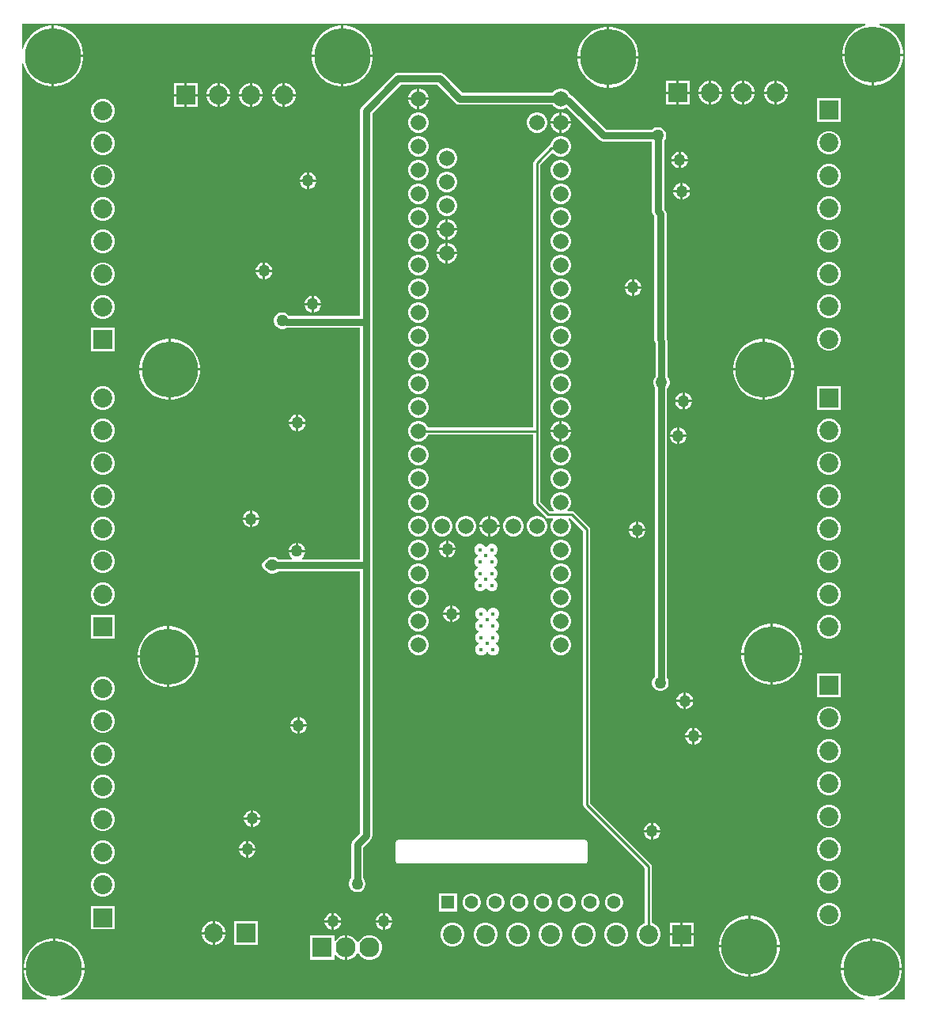
<source format=gbl>
G04*
G04 #@! TF.GenerationSoftware,Altium Limited,Altium Designer,23.4.1 (23)*
G04*
G04 Layer_Physical_Order=2*
G04 Layer_Color=16711680*
%FSLAX25Y25*%
%MOIN*%
G70*
G04*
G04 #@! TF.SameCoordinates,D3063454-9748-4D5F-95FB-788F291D17A3*
G04*
G04*
G04 #@! TF.FilePolarity,Positive*
G04*
G01*
G75*
%ADD14C,0.01000*%
%ADD36C,0.03000*%
%ADD38R,0.07972X0.07972*%
%ADD39C,0.07972*%
%ADD40R,0.07972X0.07972*%
%ADD41R,0.05610X0.05610*%
%ADD42C,0.05610*%
%ADD43R,0.08386X0.08386*%
%ADD44C,0.08386*%
%ADD45C,0.06555*%
%ADD46C,0.01457*%
%ADD47C,0.23622*%
%ADD48C,0.05000*%
G36*
X472000Y95000D02*
X461011D01*
X460972Y95500D01*
X461000Y95504D01*
X462918Y96128D01*
X464714Y97043D01*
X466346Y98228D01*
X467772Y99654D01*
X468957Y101286D01*
X469872Y103082D01*
X470496Y105000D01*
X470811Y106992D01*
Y107500D01*
X445189D01*
Y106992D01*
X445504Y105000D01*
X446128Y103082D01*
X447043Y101286D01*
X448228Y99654D01*
X449654Y98228D01*
X451286Y97043D01*
X453082Y96128D01*
X455000Y95504D01*
X455028Y95500D01*
X454989Y95000D01*
X116511D01*
X116472Y95500D01*
X116500Y95504D01*
X118418Y96128D01*
X120214Y97043D01*
X121846Y98228D01*
X123272Y99654D01*
X124457Y101286D01*
X125372Y103082D01*
X125996Y105000D01*
X126311Y106992D01*
Y107500D01*
X100689D01*
Y106992D01*
X101004Y105000D01*
X101628Y103082D01*
X102543Y101286D01*
X103728Y99654D01*
X105154Y98228D01*
X106786Y97043D01*
X108582Y96128D01*
X110500Y95504D01*
X110528Y95500D01*
X110489Y95000D01*
X100000D01*
Y489489D01*
X100500Y489528D01*
X100504Y489500D01*
X101128Y487582D01*
X102043Y485786D01*
X103228Y484154D01*
X104654Y482728D01*
X106286Y481543D01*
X108082Y480628D01*
X110000Y480004D01*
X111992Y479689D01*
X112500D01*
Y492500D01*
Y505311D01*
X111992D01*
X110000Y504996D01*
X108082Y504372D01*
X106286Y503457D01*
X104654Y502272D01*
X103228Y500846D01*
X102043Y499214D01*
X101128Y497418D01*
X100504Y495500D01*
X100500Y495472D01*
X100000Y495511D01*
Y506000D01*
X455489D01*
X455528Y505500D01*
X455500Y505496D01*
X453582Y504872D01*
X451786Y503957D01*
X450154Y502772D01*
X448728Y501346D01*
X447543Y499714D01*
X446628Y497918D01*
X446004Y496000D01*
X445689Y494008D01*
Y493500D01*
X471311D01*
Y494008D01*
X470996Y496000D01*
X470372Y497918D01*
X469457Y499714D01*
X468272Y501346D01*
X466846Y502772D01*
X465214Y503957D01*
X463418Y504872D01*
X461500Y505496D01*
X461472Y505500D01*
X461511Y506000D01*
X472000D01*
Y95000D01*
D02*
G37*
%LPC*%
G36*
X236008Y505311D02*
X235500D01*
Y493000D01*
X247811D01*
Y493508D01*
X247496Y495500D01*
X246872Y497418D01*
X245957Y499214D01*
X244772Y500846D01*
X243346Y502272D01*
X241714Y503457D01*
X239918Y504372D01*
X238000Y504996D01*
X236008Y505311D01*
D02*
G37*
G36*
X234500D02*
X233992D01*
X232000Y504996D01*
X230082Y504372D01*
X228286Y503457D01*
X226654Y502272D01*
X225228Y500846D01*
X224043Y499214D01*
X223128Y497418D01*
X222504Y495500D01*
X222189Y493508D01*
Y493000D01*
X234500D01*
Y505311D01*
D02*
G37*
G36*
X114008D02*
X113500D01*
Y493000D01*
X125811D01*
Y493508D01*
X125496Y495500D01*
X124872Y497418D01*
X123957Y499214D01*
X122772Y500846D01*
X121346Y502272D01*
X119714Y503457D01*
X117918Y504372D01*
X116000Y504996D01*
X114008Y505311D01*
D02*
G37*
G36*
X348008Y504811D02*
X347500D01*
Y492500D01*
X359811D01*
Y493008D01*
X359496Y495000D01*
X358872Y496918D01*
X357957Y498714D01*
X356772Y500346D01*
X355346Y501772D01*
X353714Y502957D01*
X351918Y503872D01*
X350000Y504496D01*
X348008Y504811D01*
D02*
G37*
G36*
X346500D02*
X345992D01*
X344000Y504496D01*
X342082Y503872D01*
X340286Y502957D01*
X338654Y501772D01*
X337228Y500346D01*
X336043Y498714D01*
X335128Y496918D01*
X334504Y495000D01*
X334189Y493008D01*
Y492500D01*
X346500D01*
Y504811D01*
D02*
G37*
G36*
X471311Y492500D02*
X459000D01*
Y480189D01*
X459508D01*
X461500Y480504D01*
X463418Y481128D01*
X465214Y482043D01*
X466846Y483228D01*
X468272Y484654D01*
X469457Y486286D01*
X470372Y488082D01*
X470996Y490000D01*
X471311Y491992D01*
Y492500D01*
D02*
G37*
G36*
X458000D02*
X445689D01*
Y491992D01*
X446004Y490000D01*
X446628Y488082D01*
X447543Y486286D01*
X448728Y484654D01*
X450154Y483228D01*
X451786Y482043D01*
X453582Y481128D01*
X455500Y480504D01*
X457492Y480189D01*
X458000D01*
Y492500D01*
D02*
G37*
G36*
X247811Y492000D02*
X235500D01*
Y479689D01*
X236008D01*
X238000Y480004D01*
X239918Y480628D01*
X241714Y481543D01*
X243346Y482728D01*
X244772Y484154D01*
X245957Y485786D01*
X246872Y487582D01*
X247496Y489500D01*
X247811Y491492D01*
Y492000D01*
D02*
G37*
G36*
X234500D02*
X222189D01*
Y491492D01*
X222504Y489500D01*
X223128Y487582D01*
X224043Y485786D01*
X225228Y484154D01*
X226654Y482728D01*
X228286Y481543D01*
X230082Y480628D01*
X232000Y480004D01*
X233992Y479689D01*
X234500D01*
Y492000D01*
D02*
G37*
G36*
X125811D02*
X113500D01*
Y479689D01*
X114008D01*
X116000Y480004D01*
X117918Y480628D01*
X119714Y481543D01*
X121346Y482728D01*
X122772Y484154D01*
X123957Y485786D01*
X124872Y487582D01*
X125496Y489500D01*
X125811Y491492D01*
Y492000D01*
D02*
G37*
G36*
X359811Y491500D02*
X347500D01*
Y479189D01*
X348008D01*
X350000Y479504D01*
X351918Y480128D01*
X353714Y481043D01*
X355346Y482228D01*
X356772Y483654D01*
X357957Y485286D01*
X358872Y487082D01*
X359496Y489000D01*
X359811Y490992D01*
Y491500D01*
D02*
G37*
G36*
X346500D02*
X334189D01*
Y490992D01*
X334504Y489000D01*
X335128Y487082D01*
X336043Y485286D01*
X337228Y483654D01*
X338654Y482228D01*
X340286Y481043D01*
X342082Y480128D01*
X344000Y479504D01*
X345992Y479189D01*
X346500D01*
Y491500D01*
D02*
G37*
G36*
X418216Y481986D02*
X418059D01*
Y477500D01*
X422545D01*
Y477657D01*
X422205Y478925D01*
X421549Y480062D01*
X420621Y480990D01*
X419484Y481646D01*
X418216Y481986D01*
D02*
G37*
G36*
X417059D02*
X416903D01*
X415634Y481646D01*
X414497Y480990D01*
X413569Y480062D01*
X412913Y478925D01*
X412573Y477657D01*
Y477500D01*
X417059D01*
Y481986D01*
D02*
G37*
G36*
X404436D02*
X404280D01*
Y477500D01*
X408766D01*
Y477657D01*
X408426Y478925D01*
X407769Y480062D01*
X406841Y480990D01*
X405704Y481646D01*
X404436Y481986D01*
D02*
G37*
G36*
X403279D02*
X403123D01*
X401855Y481646D01*
X400718Y480990D01*
X399790Y480062D01*
X399133Y478925D01*
X398793Y477657D01*
Y477500D01*
X403279D01*
Y481986D01*
D02*
G37*
G36*
X390656D02*
X390500D01*
Y477500D01*
X394986D01*
Y477657D01*
X394646Y478925D01*
X393990Y480062D01*
X393062Y480990D01*
X391925Y481646D01*
X390656Y481986D01*
D02*
G37*
G36*
X389500D02*
X389344D01*
X388075Y481646D01*
X386938Y480990D01*
X386010Y480062D01*
X385354Y478925D01*
X385014Y477657D01*
Y477500D01*
X389500D01*
Y481986D01*
D02*
G37*
G36*
X381207D02*
X376720D01*
Y477500D01*
X381207D01*
Y481986D01*
D02*
G37*
G36*
X375721D02*
X371234D01*
Y477500D01*
X375721D01*
Y481986D01*
D02*
G37*
G36*
X210936Y480986D02*
X210780D01*
Y476500D01*
X215266D01*
Y476656D01*
X214926Y477925D01*
X214269Y479062D01*
X213341Y479990D01*
X212204Y480646D01*
X210936Y480986D01*
D02*
G37*
G36*
X209780D02*
X209623D01*
X208355Y480646D01*
X207218Y479990D01*
X206290Y479062D01*
X205633Y477925D01*
X205293Y476656D01*
Y476500D01*
X209780D01*
Y480986D01*
D02*
G37*
G36*
X197156D02*
X197000D01*
Y476500D01*
X201486D01*
Y476656D01*
X201146Y477925D01*
X200490Y479062D01*
X199562Y479990D01*
X198425Y480646D01*
X197156Y480986D01*
D02*
G37*
G36*
X196000D02*
X195844D01*
X194575Y480646D01*
X193438Y479990D01*
X192510Y479062D01*
X191854Y477925D01*
X191514Y476656D01*
Y476500D01*
X196000D01*
Y480986D01*
D02*
G37*
G36*
X183377D02*
X183221D01*
Y476500D01*
X187707D01*
Y476656D01*
X187367Y477925D01*
X186710Y479062D01*
X185782Y479990D01*
X184645Y480646D01*
X183377Y480986D01*
D02*
G37*
G36*
X182220D02*
X182064D01*
X180796Y480646D01*
X179659Y479990D01*
X178730Y479062D01*
X178074Y477925D01*
X177734Y476656D01*
Y476500D01*
X182220D01*
Y480986D01*
D02*
G37*
G36*
X173927D02*
X169441D01*
Y476500D01*
X173927D01*
Y480986D01*
D02*
G37*
G36*
X168441D02*
X163955D01*
Y476500D01*
X168441D01*
Y480986D01*
D02*
G37*
G36*
X267563Y478778D02*
X267500D01*
Y475000D01*
X271278D01*
Y475063D01*
X270986Y476151D01*
X270423Y477127D01*
X269626Y477923D01*
X268651Y478486D01*
X267563Y478778D01*
D02*
G37*
G36*
X266500D02*
X266437D01*
X265349Y478486D01*
X264373Y477923D01*
X263577Y477127D01*
X263014Y476151D01*
X262722Y475063D01*
Y475000D01*
X266500D01*
Y478778D01*
D02*
G37*
G36*
X422545Y476500D02*
X418059D01*
Y472014D01*
X418216D01*
X419484Y472354D01*
X420621Y473010D01*
X421549Y473938D01*
X422205Y475075D01*
X422545Y476343D01*
Y476500D01*
D02*
G37*
G36*
X417059D02*
X412573D01*
Y476343D01*
X412913Y475075D01*
X413569Y473938D01*
X414497Y473010D01*
X415634Y472354D01*
X416903Y472014D01*
X417059D01*
Y476500D01*
D02*
G37*
G36*
X408766D02*
X404280D01*
Y472014D01*
X404436D01*
X405704Y472354D01*
X406841Y473010D01*
X407769Y473938D01*
X408426Y475075D01*
X408766Y476343D01*
Y476500D01*
D02*
G37*
G36*
X403279D02*
X398793D01*
Y476343D01*
X399133Y475075D01*
X399790Y473938D01*
X400718Y473010D01*
X401855Y472354D01*
X403123Y472014D01*
X403279D01*
Y476500D01*
D02*
G37*
G36*
X394986D02*
X390500D01*
Y472014D01*
X390656D01*
X391925Y472354D01*
X393062Y473010D01*
X393990Y473938D01*
X394646Y475075D01*
X394986Y476343D01*
Y476500D01*
D02*
G37*
G36*
X389500D02*
X385014D01*
Y476343D01*
X385354Y475075D01*
X386010Y473938D01*
X386938Y473010D01*
X388075Y472354D01*
X389344Y472014D01*
X389500D01*
Y476500D01*
D02*
G37*
G36*
X381207D02*
X376720D01*
Y472014D01*
X381207D01*
Y476500D01*
D02*
G37*
G36*
X375721D02*
X371234D01*
Y472014D01*
X375721D01*
Y476500D01*
D02*
G37*
G36*
X215266Y475500D02*
X210780D01*
Y471014D01*
X210936D01*
X212204Y471354D01*
X213341Y472010D01*
X214269Y472938D01*
X214926Y474075D01*
X215266Y475344D01*
Y475500D01*
D02*
G37*
G36*
X209780D02*
X205293D01*
Y475344D01*
X205633Y474075D01*
X206290Y472938D01*
X207218Y472010D01*
X208355Y471354D01*
X209623Y471014D01*
X209780D01*
Y475500D01*
D02*
G37*
G36*
X201486D02*
X197000D01*
Y471014D01*
X197156D01*
X198425Y471354D01*
X199562Y472010D01*
X200490Y472938D01*
X201146Y474075D01*
X201486Y475344D01*
Y475500D01*
D02*
G37*
G36*
X196000D02*
X191514D01*
Y475344D01*
X191854Y474075D01*
X192510Y472938D01*
X193438Y472010D01*
X194575Y471354D01*
X195844Y471014D01*
X196000D01*
Y475500D01*
D02*
G37*
G36*
X187707D02*
X183221D01*
Y471014D01*
X183377D01*
X184645Y471354D01*
X185782Y472010D01*
X186710Y472938D01*
X187367Y474075D01*
X187707Y475344D01*
Y475500D01*
D02*
G37*
G36*
X182220D02*
X177734D01*
Y475344D01*
X178074Y474075D01*
X178730Y472938D01*
X179659Y472010D01*
X180796Y471354D01*
X182064Y471014D01*
X182220D01*
Y475500D01*
D02*
G37*
G36*
X173927D02*
X169441D01*
Y471014D01*
X173927D01*
Y475500D01*
D02*
G37*
G36*
X168441D02*
X163955D01*
Y471014D01*
X168441D01*
Y475500D01*
D02*
G37*
G36*
X271278Y474000D02*
X267500D01*
Y470222D01*
X267563D01*
X268651Y470514D01*
X269626Y471077D01*
X270423Y471874D01*
X270986Y472849D01*
X271278Y473937D01*
Y474000D01*
D02*
G37*
G36*
X266500D02*
X262722D01*
Y473937D01*
X263014Y472849D01*
X263577Y471874D01*
X264373Y471077D01*
X265349Y470514D01*
X266437Y470222D01*
X266500D01*
Y474000D01*
D02*
G37*
G36*
X327563Y468778D02*
X327500D01*
Y465000D01*
X331278D01*
Y465063D01*
X330986Y466151D01*
X330423Y467127D01*
X329626Y467923D01*
X328651Y468486D01*
X327563Y468778D01*
D02*
G37*
G36*
X326500D02*
X326437D01*
X325349Y468486D01*
X324374Y467923D01*
X323577Y467127D01*
X323014Y466151D01*
X322722Y465063D01*
Y465000D01*
X326500D01*
Y468778D01*
D02*
G37*
G36*
X444986Y474663D02*
X435014D01*
Y464691D01*
X444986D01*
Y474663D01*
D02*
G37*
G36*
X134656Y474443D02*
X133344D01*
X132075Y474103D01*
X130938Y473447D01*
X130010Y472518D01*
X129354Y471381D01*
X129014Y470113D01*
Y468800D01*
X129354Y467532D01*
X130010Y466395D01*
X130938Y465467D01*
X132075Y464810D01*
X133344Y464470D01*
X134656D01*
X135925Y464810D01*
X137062Y465467D01*
X137990Y466395D01*
X138646Y467532D01*
X138986Y468800D01*
Y470113D01*
X138646Y471381D01*
X137990Y472518D01*
X137062Y473447D01*
X135925Y474103D01*
X134656Y474443D01*
D02*
G37*
G36*
X331278Y464000D02*
X327500D01*
Y460222D01*
X327563D01*
X328651Y460514D01*
X329626Y461077D01*
X330423Y461873D01*
X330986Y462849D01*
X331278Y463937D01*
Y464000D01*
D02*
G37*
G36*
X326500D02*
X322722D01*
Y463937D01*
X323014Y462849D01*
X323577Y461873D01*
X324374Y461077D01*
X325349Y460514D01*
X326437Y460222D01*
X326500D01*
Y464000D01*
D02*
G37*
G36*
X317563Y468778D02*
X316437D01*
X315349Y468486D01*
X314373Y467923D01*
X313577Y467127D01*
X313014Y466151D01*
X312722Y465063D01*
Y463937D01*
X313014Y462849D01*
X313577Y461873D01*
X314373Y461077D01*
X315349Y460514D01*
X316437Y460222D01*
X317563D01*
X318651Y460514D01*
X319626Y461077D01*
X320423Y461873D01*
X320986Y462849D01*
X321278Y463937D01*
Y465063D01*
X320986Y466151D01*
X320423Y467127D01*
X319626Y467923D01*
X318651Y468486D01*
X317563Y468778D01*
D02*
G37*
G36*
X267563D02*
X266437D01*
X265349Y468486D01*
X264373Y467923D01*
X263577Y467127D01*
X263014Y466151D01*
X262722Y465063D01*
Y463937D01*
X263014Y462849D01*
X263577Y461873D01*
X264373Y461077D01*
X265349Y460514D01*
X266437Y460222D01*
X267563D01*
X268651Y460514D01*
X269626Y461077D01*
X270423Y461873D01*
X270986Y462849D01*
X271278Y463937D01*
Y465063D01*
X270986Y466151D01*
X270423Y467127D01*
X269626Y467923D01*
X268651Y468486D01*
X267563Y468778D01*
D02*
G37*
G36*
X440657Y460884D02*
X439344D01*
X438075Y460544D01*
X436938Y459888D01*
X436010Y458959D01*
X435354Y457822D01*
X435014Y456554D01*
Y455241D01*
X435354Y453973D01*
X436010Y452836D01*
X436938Y451908D01*
X438075Y451251D01*
X439344Y450911D01*
X440657D01*
X441925Y451251D01*
X443062Y451908D01*
X443990Y452836D01*
X444646Y453973D01*
X444986Y455241D01*
Y456554D01*
X444646Y457822D01*
X443990Y458959D01*
X443062Y459888D01*
X441925Y460544D01*
X440657Y460884D01*
D02*
G37*
G36*
X134656Y460663D02*
X133344D01*
X132075Y460324D01*
X130938Y459667D01*
X130010Y458739D01*
X129354Y457602D01*
X129014Y456334D01*
Y455021D01*
X129354Y453753D01*
X130010Y452616D01*
X130938Y451687D01*
X132075Y451031D01*
X133344Y450691D01*
X134656D01*
X135925Y451031D01*
X137062Y451687D01*
X137990Y452616D01*
X138646Y453753D01*
X138986Y455021D01*
Y456334D01*
X138646Y457602D01*
X137990Y458739D01*
X137062Y459667D01*
X135925Y460324D01*
X134656Y460663D01*
D02*
G37*
G36*
X327563Y458778D02*
X326437D01*
X325349Y458486D01*
X324374Y457923D01*
X323577Y457127D01*
X323014Y456151D01*
X322722Y455063D01*
Y455020D01*
X322579Y454992D01*
X322083Y454660D01*
X316504Y449082D01*
X316504Y449081D01*
X315919Y448496D01*
X315587Y447999D01*
X315471Y447414D01*
Y336029D01*
X271019D01*
X270986Y336151D01*
X270423Y337126D01*
X269626Y337923D01*
X268651Y338486D01*
X267563Y338778D01*
X266437D01*
X265349Y338486D01*
X264373Y337923D01*
X263577Y337126D01*
X263014Y336151D01*
X262722Y335063D01*
Y333937D01*
X263014Y332849D01*
X263577Y331873D01*
X264373Y331077D01*
X265349Y330514D01*
X266437Y330222D01*
X267563D01*
X268651Y330514D01*
X269626Y331077D01*
X270423Y331873D01*
X270986Y332849D01*
X271019Y332971D01*
X315471D01*
Y304000D01*
X315587Y303415D01*
X315919Y302919D01*
X320641Y298196D01*
X321137Y297865D01*
X321722Y297748D01*
X323546D01*
X323737Y297286D01*
X323577Y297127D01*
X323014Y296151D01*
X322722Y295063D01*
Y293937D01*
X323014Y292849D01*
X323577Y291874D01*
X324374Y291077D01*
X325349Y290514D01*
X326437Y290222D01*
X327563D01*
X328651Y290514D01*
X329626Y291077D01*
X330423Y291874D01*
X330986Y292849D01*
X331278Y293937D01*
Y295063D01*
X330986Y296151D01*
X330423Y297127D01*
X330263Y297286D01*
X330454Y297748D01*
X331089D01*
X336471Y292367D01*
Y177000D01*
X336587Y176415D01*
X336919Y175919D01*
X362368Y150469D01*
Y127193D01*
X362193Y127146D01*
X361056Y126490D01*
X360128Y125562D01*
X359472Y124425D01*
X359132Y123156D01*
Y121844D01*
X359472Y120575D01*
X360128Y119438D01*
X361056Y118510D01*
X362193Y117854D01*
X363462Y117514D01*
X364775D01*
X366043Y117854D01*
X367180Y118510D01*
X368108Y119438D01*
X368764Y120575D01*
X369104Y121844D01*
Y123156D01*
X368764Y124425D01*
X368108Y125562D01*
X367180Y126490D01*
X366043Y127146D01*
X365427Y127311D01*
Y151102D01*
X365311Y151688D01*
X364979Y152184D01*
X339529Y177634D01*
Y293000D01*
X339413Y293585D01*
X339081Y294081D01*
X332804Y300359D01*
X332308Y300691D01*
X331722Y300807D01*
X330063D01*
X329856Y301307D01*
X330423Y301873D01*
X330986Y302849D01*
X331278Y303937D01*
Y305063D01*
X330986Y306151D01*
X330423Y307126D01*
X329626Y307923D01*
X328651Y308486D01*
X327563Y308778D01*
X326437D01*
X325349Y308486D01*
X324374Y307923D01*
X323577Y307126D01*
X323014Y306151D01*
X322722Y305063D01*
Y303937D01*
X323014Y302849D01*
X323577Y301873D01*
X324144Y301307D01*
X323937Y300807D01*
X322356D01*
X318529Y304633D01*
Y334500D01*
Y446781D01*
X318667Y446918D01*
X318667Y446919D01*
X323600Y451851D01*
X324374Y451077D01*
X325349Y450514D01*
X326437Y450222D01*
X327563D01*
X328651Y450514D01*
X329626Y451077D01*
X330423Y451873D01*
X330986Y452849D01*
X331278Y453937D01*
Y455063D01*
X330986Y456151D01*
X330423Y457127D01*
X329626Y457923D01*
X328651Y458486D01*
X327563Y458778D01*
D02*
G37*
G36*
X267563D02*
X266437D01*
X265349Y458486D01*
X264373Y457923D01*
X263577Y457127D01*
X263014Y456151D01*
X262722Y455063D01*
Y453937D01*
X263014Y452849D01*
X263577Y451873D01*
X264373Y451077D01*
X265349Y450514D01*
X266437Y450222D01*
X267563D01*
X268651Y450514D01*
X269626Y451077D01*
X270423Y451873D01*
X270986Y452849D01*
X271278Y453937D01*
Y455063D01*
X270986Y456151D01*
X270423Y457127D01*
X269626Y457923D01*
X268651Y458486D01*
X267563Y458778D01*
D02*
G37*
G36*
X377588Y452209D02*
Y449219D01*
X380577D01*
X380349Y450070D01*
X379889Y450868D01*
X379237Y451520D01*
X378439Y451981D01*
X377588Y452209D01*
D02*
G37*
G36*
X376588D02*
X375737Y451981D01*
X374939Y451520D01*
X374287Y450868D01*
X373826Y450070D01*
X373598Y449219D01*
X376588D01*
Y452209D01*
D02*
G37*
G36*
X380577Y448219D02*
X377588D01*
Y445230D01*
X378439Y445458D01*
X379237Y445919D01*
X379889Y446570D01*
X380349Y447368D01*
X380577Y448219D01*
D02*
G37*
G36*
X376588D02*
X373598D01*
X373826Y447368D01*
X374287Y446570D01*
X374939Y445919D01*
X375737Y445458D01*
X376588Y445230D01*
Y448219D01*
D02*
G37*
G36*
X279571Y453778D02*
X278445D01*
X277357Y453486D01*
X276381Y452923D01*
X275585Y452127D01*
X275022Y451151D01*
X274730Y450063D01*
Y448937D01*
X275022Y447849D01*
X275585Y446874D01*
X276381Y446077D01*
X277357Y445514D01*
X278445Y445222D01*
X279571D01*
X280659Y445514D01*
X281634Y446077D01*
X282431Y446874D01*
X282994Y447849D01*
X283285Y448937D01*
Y450063D01*
X282994Y451151D01*
X282431Y452127D01*
X281634Y452923D01*
X280659Y453486D01*
X279571Y453778D01*
D02*
G37*
G36*
X221000Y443490D02*
Y440500D01*
X223990D01*
X223762Y441351D01*
X223301Y442149D01*
X222649Y442801D01*
X221851Y443261D01*
X221000Y443490D01*
D02*
G37*
G36*
X220000D02*
X219149Y443261D01*
X218351Y442801D01*
X217699Y442149D01*
X217238Y441351D01*
X217010Y440500D01*
X220000D01*
Y443490D01*
D02*
G37*
G36*
X327563Y448778D02*
X326437D01*
X325349Y448486D01*
X324374Y447923D01*
X323577Y447126D01*
X323014Y446151D01*
X322722Y445063D01*
Y443937D01*
X323014Y442849D01*
X323577Y441874D01*
X324374Y441077D01*
X325349Y440514D01*
X326437Y440222D01*
X327563D01*
X328651Y440514D01*
X329626Y441077D01*
X330423Y441874D01*
X330986Y442849D01*
X331278Y443937D01*
Y445063D01*
X330986Y446151D01*
X330423Y447126D01*
X329626Y447923D01*
X328651Y448486D01*
X327563Y448778D01*
D02*
G37*
G36*
X267563D02*
X266437D01*
X265349Y448486D01*
X264373Y447923D01*
X263577Y447126D01*
X263014Y446151D01*
X262722Y445063D01*
Y443937D01*
X263014Y442849D01*
X263577Y441874D01*
X264373Y441077D01*
X265349Y440514D01*
X266437Y440222D01*
X267563D01*
X268651Y440514D01*
X269626Y441077D01*
X270423Y441874D01*
X270986Y442849D01*
X271278Y443937D01*
Y445063D01*
X270986Y446151D01*
X270423Y447126D01*
X269626Y447923D01*
X268651Y448486D01*
X267563Y448778D01*
D02*
G37*
G36*
X440657Y447104D02*
X439344D01*
X438075Y446765D01*
X436938Y446108D01*
X436010Y445180D01*
X435354Y444043D01*
X435014Y442775D01*
Y441462D01*
X435354Y440194D01*
X436010Y439056D01*
X436938Y438128D01*
X438075Y437472D01*
X439344Y437132D01*
X440657D01*
X441925Y437472D01*
X443062Y438128D01*
X443990Y439056D01*
X444646Y440194D01*
X444986Y441462D01*
Y442775D01*
X444646Y444043D01*
X443990Y445180D01*
X443062Y446108D01*
X441925Y446765D01*
X440657Y447104D01*
D02*
G37*
G36*
X134656Y446884D02*
X133344D01*
X132075Y446544D01*
X130938Y445888D01*
X130010Y444959D01*
X129354Y443822D01*
X129014Y442554D01*
Y441241D01*
X129354Y439973D01*
X130010Y438836D01*
X130938Y437908D01*
X132075Y437251D01*
X133344Y436911D01*
X134656D01*
X135925Y437251D01*
X137062Y437908D01*
X137990Y438836D01*
X138646Y439973D01*
X138986Y441241D01*
Y442554D01*
X138646Y443822D01*
X137990Y444959D01*
X137062Y445888D01*
X135925Y446544D01*
X134656Y446884D01*
D02*
G37*
G36*
X223990Y439500D02*
X221000D01*
Y436511D01*
X221851Y436738D01*
X222649Y437199D01*
X223301Y437851D01*
X223762Y438649D01*
X223990Y439500D01*
D02*
G37*
G36*
X220000D02*
X217010D01*
X217238Y438649D01*
X217699Y437851D01*
X218351Y437199D01*
X219149Y436738D01*
X220000Y436511D01*
Y439500D01*
D02*
G37*
G36*
X378500Y438989D02*
Y436000D01*
X381489D01*
X381261Y436851D01*
X380801Y437649D01*
X380149Y438301D01*
X379351Y438762D01*
X378500Y438989D01*
D02*
G37*
G36*
X377500D02*
X376649Y438762D01*
X375851Y438301D01*
X375199Y437649D01*
X374739Y436851D01*
X374511Y436000D01*
X377500D01*
Y438989D01*
D02*
G37*
G36*
X279571Y443778D02*
X278445D01*
X277357Y443486D01*
X276381Y442923D01*
X275585Y442127D01*
X275022Y441151D01*
X274730Y440063D01*
Y438937D01*
X275022Y437849D01*
X275585Y436873D01*
X276381Y436077D01*
X277357Y435514D01*
X278445Y435222D01*
X279571D01*
X280659Y435514D01*
X281634Y436077D01*
X282431Y436873D01*
X282994Y437849D01*
X283285Y438937D01*
Y440063D01*
X282994Y441151D01*
X282431Y442127D01*
X281634Y442923D01*
X280659Y443486D01*
X279571Y443778D01*
D02*
G37*
G36*
X381489Y435000D02*
X378500D01*
Y432011D01*
X379351Y432238D01*
X380149Y432699D01*
X380801Y433351D01*
X381261Y434149D01*
X381489Y435000D01*
D02*
G37*
G36*
X377500D02*
X374511D01*
X374739Y434149D01*
X375199Y433351D01*
X375851Y432699D01*
X376649Y432238D01*
X377500Y432011D01*
Y435000D01*
D02*
G37*
G36*
X327563Y438778D02*
X326437D01*
X325349Y438486D01*
X324374Y437923D01*
X323577Y437126D01*
X323014Y436151D01*
X322722Y435063D01*
Y433937D01*
X323014Y432849D01*
X323577Y431874D01*
X324374Y431077D01*
X325349Y430514D01*
X326437Y430222D01*
X327563D01*
X328651Y430514D01*
X329626Y431077D01*
X330423Y431874D01*
X330986Y432849D01*
X331278Y433937D01*
Y435063D01*
X330986Y436151D01*
X330423Y437126D01*
X329626Y437923D01*
X328651Y438486D01*
X327563Y438778D01*
D02*
G37*
G36*
X267563D02*
X266437D01*
X265349Y438486D01*
X264373Y437923D01*
X263577Y437126D01*
X263014Y436151D01*
X262722Y435063D01*
Y433937D01*
X263014Y432849D01*
X263577Y431874D01*
X264373Y431077D01*
X265349Y430514D01*
X266437Y430222D01*
X267563D01*
X268651Y430514D01*
X269626Y431077D01*
X270423Y431874D01*
X270986Y432849D01*
X271278Y433937D01*
Y435063D01*
X270986Y436151D01*
X270423Y437126D01*
X269626Y437923D01*
X268651Y438486D01*
X267563Y438778D01*
D02*
G37*
G36*
X279571Y433778D02*
X278445D01*
X277357Y433486D01*
X276381Y432923D01*
X275585Y432127D01*
X275022Y431151D01*
X274730Y430063D01*
Y428937D01*
X275022Y427849D01*
X275585Y426873D01*
X276381Y426077D01*
X277357Y425514D01*
X278445Y425222D01*
X279571D01*
X280659Y425514D01*
X281634Y426077D01*
X282431Y426873D01*
X282994Y427849D01*
X283285Y428937D01*
Y430063D01*
X282994Y431151D01*
X282431Y432127D01*
X281634Y432923D01*
X280659Y433486D01*
X279571Y433778D01*
D02*
G37*
G36*
X440657Y433325D02*
X439344D01*
X438075Y432985D01*
X436938Y432329D01*
X436010Y431400D01*
X435354Y430263D01*
X435014Y428995D01*
Y427682D01*
X435354Y426414D01*
X436010Y425277D01*
X436938Y424349D01*
X438075Y423692D01*
X439344Y423352D01*
X440657D01*
X441925Y423692D01*
X443062Y424349D01*
X443990Y425277D01*
X444646Y426414D01*
X444986Y427682D01*
Y428995D01*
X444646Y430263D01*
X443990Y431400D01*
X443062Y432329D01*
X441925Y432985D01*
X440657Y433325D01*
D02*
G37*
G36*
X134656Y433104D02*
X133344D01*
X132075Y432764D01*
X130938Y432108D01*
X130010Y431180D01*
X129354Y430043D01*
X129014Y428775D01*
Y427462D01*
X129354Y426194D01*
X130010Y425057D01*
X130938Y424128D01*
X132075Y423472D01*
X133344Y423132D01*
X134656D01*
X135925Y423472D01*
X137062Y424128D01*
X137990Y425057D01*
X138646Y426194D01*
X138986Y427462D01*
Y428775D01*
X138646Y430043D01*
X137990Y431180D01*
X137062Y432108D01*
X135925Y432764D01*
X134656Y433104D01*
D02*
G37*
G36*
X327563Y428778D02*
X326437D01*
X325349Y428486D01*
X324374Y427923D01*
X323577Y427127D01*
X323014Y426151D01*
X322722Y425063D01*
Y423937D01*
X323014Y422849D01*
X323577Y421874D01*
X324374Y421077D01*
X325349Y420514D01*
X326437Y420222D01*
X327563D01*
X328651Y420514D01*
X329626Y421077D01*
X330423Y421874D01*
X330986Y422849D01*
X331278Y423937D01*
Y425063D01*
X330986Y426151D01*
X330423Y427127D01*
X329626Y427923D01*
X328651Y428486D01*
X327563Y428778D01*
D02*
G37*
G36*
X267563D02*
X266437D01*
X265349Y428486D01*
X264373Y427923D01*
X263577Y427127D01*
X263014Y426151D01*
X262722Y425063D01*
Y423937D01*
X263014Y422849D01*
X263577Y421874D01*
X264373Y421077D01*
X265349Y420514D01*
X266437Y420222D01*
X267563D01*
X268651Y420514D01*
X269626Y421077D01*
X270423Y421874D01*
X270986Y422849D01*
X271278Y423937D01*
Y425063D01*
X270986Y426151D01*
X270423Y427127D01*
X269626Y427923D01*
X268651Y428486D01*
X267563Y428778D01*
D02*
G37*
G36*
X279571Y423778D02*
X279508D01*
Y420000D01*
X283285D01*
Y420063D01*
X282994Y421151D01*
X282431Y422126D01*
X281634Y422923D01*
X280659Y423486D01*
X279571Y423778D01*
D02*
G37*
G36*
X278508D02*
X278445D01*
X277357Y423486D01*
X276381Y422923D01*
X275585Y422126D01*
X275022Y421151D01*
X274730Y420063D01*
Y420000D01*
X278508D01*
Y423778D01*
D02*
G37*
G36*
X283285Y419000D02*
X279508D01*
Y415222D01*
X279571D01*
X280659Y415514D01*
X281634Y416077D01*
X282431Y416874D01*
X282994Y417849D01*
X283285Y418937D01*
Y419000D01*
D02*
G37*
G36*
X278508D02*
X274730D01*
Y418937D01*
X275022Y417849D01*
X275585Y416874D01*
X276381Y416077D01*
X277357Y415514D01*
X278445Y415222D01*
X278508D01*
Y419000D01*
D02*
G37*
G36*
X327563Y418778D02*
X326437D01*
X325349Y418486D01*
X324374Y417923D01*
X323577Y417127D01*
X323014Y416151D01*
X322722Y415063D01*
Y413937D01*
X323014Y412849D01*
X323577Y411873D01*
X324374Y411077D01*
X325349Y410514D01*
X326437Y410222D01*
X327563D01*
X328651Y410514D01*
X329626Y411077D01*
X330423Y411873D01*
X330986Y412849D01*
X331278Y413937D01*
Y415063D01*
X330986Y416151D01*
X330423Y417127D01*
X329626Y417923D01*
X328651Y418486D01*
X327563Y418778D01*
D02*
G37*
G36*
X267563D02*
X266437D01*
X265349Y418486D01*
X264373Y417923D01*
X263577Y417127D01*
X263014Y416151D01*
X262722Y415063D01*
Y413937D01*
X263014Y412849D01*
X263577Y411873D01*
X264373Y411077D01*
X265349Y410514D01*
X266437Y410222D01*
X267563D01*
X268651Y410514D01*
X269626Y411077D01*
X270423Y411873D01*
X270986Y412849D01*
X271278Y413937D01*
Y415063D01*
X270986Y416151D01*
X270423Y417127D01*
X269626Y417923D01*
X268651Y418486D01*
X267563Y418778D01*
D02*
G37*
G36*
X279571Y413778D02*
X279508D01*
Y410000D01*
X283285D01*
Y410063D01*
X282994Y411151D01*
X282431Y412126D01*
X281634Y412923D01*
X280659Y413486D01*
X279571Y413778D01*
D02*
G37*
G36*
X278508D02*
X278445D01*
X277357Y413486D01*
X276381Y412923D01*
X275585Y412126D01*
X275022Y411151D01*
X274730Y410063D01*
Y410000D01*
X278508D01*
Y413778D01*
D02*
G37*
G36*
X440657Y419545D02*
X439344D01*
X438075Y419206D01*
X436938Y418549D01*
X436010Y417621D01*
X435354Y416484D01*
X435014Y415215D01*
Y413903D01*
X435354Y412635D01*
X436010Y411497D01*
X436938Y410569D01*
X438075Y409913D01*
X439344Y409573D01*
X440657D01*
X441925Y409913D01*
X443062Y410569D01*
X443990Y411497D01*
X444646Y412635D01*
X444986Y413903D01*
Y415215D01*
X444646Y416484D01*
X443990Y417621D01*
X443062Y418549D01*
X441925Y419206D01*
X440657Y419545D01*
D02*
G37*
G36*
X134656Y419325D02*
X133344D01*
X132075Y418985D01*
X130938Y418329D01*
X130010Y417400D01*
X129354Y416263D01*
X129014Y414995D01*
Y413682D01*
X129354Y412414D01*
X130010Y411277D01*
X130938Y410349D01*
X132075Y409692D01*
X133344Y409352D01*
X134656D01*
X135925Y409692D01*
X137062Y410349D01*
X137990Y411277D01*
X138646Y412414D01*
X138986Y413682D01*
Y414995D01*
X138646Y416263D01*
X137990Y417400D01*
X137062Y418329D01*
X135925Y418985D01*
X134656Y419325D01*
D02*
G37*
G36*
X283285Y409000D02*
X279508D01*
Y405222D01*
X279571D01*
X280659Y405514D01*
X281634Y406077D01*
X282431Y406874D01*
X282994Y407849D01*
X283285Y408937D01*
Y409000D01*
D02*
G37*
G36*
X278508D02*
X274730D01*
Y408937D01*
X275022Y407849D01*
X275585Y406874D01*
X276381Y406077D01*
X277357Y405514D01*
X278445Y405222D01*
X278508D01*
Y409000D01*
D02*
G37*
G36*
X202500Y405489D02*
Y402500D01*
X205489D01*
X205261Y403351D01*
X204801Y404149D01*
X204149Y404801D01*
X203351Y405262D01*
X202500Y405489D01*
D02*
G37*
G36*
X201500D02*
X200649Y405262D01*
X199851Y404801D01*
X199199Y404149D01*
X198739Y403351D01*
X198511Y402500D01*
X201500D01*
Y405489D01*
D02*
G37*
G36*
X327563Y408778D02*
X326437D01*
X325349Y408486D01*
X324374Y407923D01*
X323577Y407127D01*
X323014Y406151D01*
X322722Y405063D01*
Y403937D01*
X323014Y402849D01*
X323577Y401873D01*
X324374Y401077D01*
X325349Y400514D01*
X326437Y400222D01*
X327563D01*
X328651Y400514D01*
X329626Y401077D01*
X330423Y401873D01*
X330986Y402849D01*
X331278Y403937D01*
Y405063D01*
X330986Y406151D01*
X330423Y407127D01*
X329626Y407923D01*
X328651Y408486D01*
X327563Y408778D01*
D02*
G37*
G36*
X267563D02*
X266437D01*
X265349Y408486D01*
X264373Y407923D01*
X263577Y407127D01*
X263014Y406151D01*
X262722Y405063D01*
Y403937D01*
X263014Y402849D01*
X263577Y401873D01*
X264373Y401077D01*
X265349Y400514D01*
X266437Y400222D01*
X267563D01*
X268651Y400514D01*
X269626Y401077D01*
X270423Y401873D01*
X270986Y402849D01*
X271278Y403937D01*
Y405063D01*
X270986Y406151D01*
X270423Y407127D01*
X269626Y407923D01*
X268651Y408486D01*
X267563Y408778D01*
D02*
G37*
G36*
X205489Y401500D02*
X202500D01*
Y398511D01*
X203351Y398739D01*
X204149Y399199D01*
X204801Y399851D01*
X205261Y400649D01*
X205489Y401500D01*
D02*
G37*
G36*
X201500D02*
X198511D01*
X198739Y400649D01*
X199199Y399851D01*
X199851Y399199D01*
X200649Y398739D01*
X201500Y398511D01*
Y401500D01*
D02*
G37*
G36*
X440657Y405766D02*
X439344D01*
X438075Y405426D01*
X436938Y404770D01*
X436010Y403841D01*
X435354Y402704D01*
X435014Y401436D01*
Y400123D01*
X435354Y398855D01*
X436010Y397718D01*
X436938Y396790D01*
X438075Y396133D01*
X439344Y395793D01*
X440657D01*
X441925Y396133D01*
X443062Y396790D01*
X443990Y397718D01*
X444646Y398855D01*
X444986Y400123D01*
Y401436D01*
X444646Y402704D01*
X443990Y403841D01*
X443062Y404770D01*
X441925Y405426D01*
X440657Y405766D01*
D02*
G37*
G36*
X134656Y405545D02*
X133344D01*
X132075Y405205D01*
X130938Y404549D01*
X130010Y403621D01*
X129354Y402484D01*
X129014Y401216D01*
Y399903D01*
X129354Y398635D01*
X130010Y397497D01*
X130938Y396569D01*
X132075Y395913D01*
X133344Y395573D01*
X134656D01*
X135925Y395913D01*
X137062Y396569D01*
X137990Y397497D01*
X138646Y398635D01*
X138986Y399903D01*
Y401216D01*
X138646Y402484D01*
X137990Y403621D01*
X137062Y404549D01*
X135925Y405205D01*
X134656Y405545D01*
D02*
G37*
G36*
X358000Y398489D02*
Y395500D01*
X360989D01*
X360761Y396351D01*
X360301Y397149D01*
X359649Y397801D01*
X358851Y398261D01*
X358000Y398489D01*
D02*
G37*
G36*
X357000D02*
X356149Y398261D01*
X355351Y397801D01*
X354699Y397149D01*
X354239Y396351D01*
X354011Y395500D01*
X357000D01*
Y398489D01*
D02*
G37*
G36*
X360989Y394500D02*
X358000D01*
Y391511D01*
X358851Y391739D01*
X359649Y392199D01*
X360301Y392851D01*
X360761Y393649D01*
X360989Y394500D01*
D02*
G37*
G36*
X357000D02*
X354011D01*
X354239Y393649D01*
X354699Y392851D01*
X355351Y392199D01*
X356149Y391739D01*
X357000Y391511D01*
Y394500D01*
D02*
G37*
G36*
X327563Y398778D02*
X326437D01*
X325349Y398486D01*
X324374Y397923D01*
X323577Y397127D01*
X323014Y396151D01*
X322722Y395063D01*
Y393937D01*
X323014Y392849D01*
X323577Y391874D01*
X324374Y391077D01*
X325349Y390514D01*
X326437Y390222D01*
X327563D01*
X328651Y390514D01*
X329626Y391077D01*
X330423Y391874D01*
X330986Y392849D01*
X331278Y393937D01*
Y395063D01*
X330986Y396151D01*
X330423Y397127D01*
X329626Y397923D01*
X328651Y398486D01*
X327563Y398778D01*
D02*
G37*
G36*
X267563D02*
X266437D01*
X265349Y398486D01*
X264373Y397923D01*
X263577Y397127D01*
X263014Y396151D01*
X262722Y395063D01*
Y393937D01*
X263014Y392849D01*
X263577Y391874D01*
X264373Y391077D01*
X265349Y390514D01*
X266437Y390222D01*
X267563D01*
X268651Y390514D01*
X269626Y391077D01*
X270423Y391874D01*
X270986Y392849D01*
X271278Y393937D01*
Y395063D01*
X270986Y396151D01*
X270423Y397127D01*
X269626Y397923D01*
X268651Y398486D01*
X267563Y398778D01*
D02*
G37*
G36*
X223000Y391490D02*
Y388500D01*
X225990D01*
X225762Y389351D01*
X225301Y390149D01*
X224649Y390801D01*
X223851Y391262D01*
X223000Y391490D01*
D02*
G37*
G36*
X222000D02*
X221149Y391262D01*
X220351Y390801D01*
X219699Y390149D01*
X219238Y389351D01*
X219010Y388500D01*
X222000D01*
Y391490D01*
D02*
G37*
G36*
X225990Y387500D02*
X223000D01*
Y384510D01*
X223851Y384738D01*
X224649Y385199D01*
X225301Y385851D01*
X225762Y386649D01*
X225990Y387500D01*
D02*
G37*
G36*
X222000D02*
X219010D01*
X219238Y386649D01*
X219699Y385851D01*
X220351Y385199D01*
X221149Y384738D01*
X222000Y384510D01*
Y387500D01*
D02*
G37*
G36*
X440657Y391986D02*
X439344D01*
X438075Y391646D01*
X436938Y390990D01*
X436010Y390062D01*
X435354Y388925D01*
X435014Y387656D01*
Y386344D01*
X435354Y385075D01*
X436010Y383938D01*
X436938Y383010D01*
X438075Y382354D01*
X439344Y382014D01*
X440657D01*
X441925Y382354D01*
X443062Y383010D01*
X443990Y383938D01*
X444646Y385075D01*
X444986Y386344D01*
Y387656D01*
X444646Y388925D01*
X443990Y390062D01*
X443062Y390990D01*
X441925Y391646D01*
X440657Y391986D01*
D02*
G37*
G36*
X134656Y391766D02*
X133344D01*
X132075Y391426D01*
X130938Y390770D01*
X130010Y389841D01*
X129354Y388704D01*
X129014Y387436D01*
Y386123D01*
X129354Y384855D01*
X130010Y383718D01*
X130938Y382790D01*
X132075Y382133D01*
X133344Y381793D01*
X134656D01*
X135925Y382133D01*
X137062Y382790D01*
X137990Y383718D01*
X138646Y384855D01*
X138986Y386123D01*
Y387436D01*
X138646Y388704D01*
X137990Y389841D01*
X137062Y390770D01*
X135925Y391426D01*
X134656Y391766D01*
D02*
G37*
G36*
X327563Y388778D02*
X326437D01*
X325349Y388486D01*
X324374Y387923D01*
X323577Y387126D01*
X323014Y386151D01*
X322722Y385063D01*
Y383937D01*
X323014Y382849D01*
X323577Y381873D01*
X324374Y381077D01*
X325349Y380514D01*
X326437Y380222D01*
X327563D01*
X328651Y380514D01*
X329626Y381077D01*
X330423Y381873D01*
X330986Y382849D01*
X331278Y383937D01*
Y385063D01*
X330986Y386151D01*
X330423Y387126D01*
X329626Y387923D01*
X328651Y388486D01*
X327563Y388778D01*
D02*
G37*
G36*
X267563D02*
X266437D01*
X265349Y388486D01*
X264373Y387923D01*
X263577Y387126D01*
X263014Y386151D01*
X262722Y385063D01*
Y383937D01*
X263014Y382849D01*
X263577Y381873D01*
X264373Y381077D01*
X265349Y380514D01*
X266437Y380222D01*
X267563D01*
X268651Y380514D01*
X269626Y381077D01*
X270423Y381873D01*
X270986Y382849D01*
X271278Y383937D01*
Y385063D01*
X270986Y386151D01*
X270423Y387126D01*
X269626Y387923D01*
X268651Y388486D01*
X267563Y388778D01*
D02*
G37*
G36*
X327563Y378778D02*
X326437D01*
X325349Y378486D01*
X324374Y377923D01*
X323577Y377127D01*
X323014Y376151D01*
X322722Y375063D01*
Y373937D01*
X323014Y372849D01*
X323577Y371873D01*
X324374Y371077D01*
X325349Y370514D01*
X326437Y370222D01*
X327563D01*
X328651Y370514D01*
X329626Y371077D01*
X330423Y371873D01*
X330986Y372849D01*
X331278Y373937D01*
Y375063D01*
X330986Y376151D01*
X330423Y377127D01*
X329626Y377923D01*
X328651Y378486D01*
X327563Y378778D01*
D02*
G37*
G36*
X267563D02*
X266437D01*
X265349Y378486D01*
X264373Y377923D01*
X263577Y377127D01*
X263014Y376151D01*
X262722Y375063D01*
Y373937D01*
X263014Y372849D01*
X263577Y371873D01*
X264373Y371077D01*
X265349Y370514D01*
X266437Y370222D01*
X267563D01*
X268651Y370514D01*
X269626Y371077D01*
X270423Y371873D01*
X270986Y372849D01*
X271278Y373937D01*
Y375063D01*
X270986Y376151D01*
X270423Y377127D01*
X269626Y377923D01*
X268651Y378486D01*
X267563Y378778D01*
D02*
G37*
G36*
X440657Y378207D02*
X439344D01*
X438075Y377867D01*
X436938Y377210D01*
X436010Y376282D01*
X435354Y375145D01*
X435014Y373877D01*
Y372564D01*
X435354Y371296D01*
X436010Y370159D01*
X436938Y369231D01*
X438075Y368574D01*
X439344Y368234D01*
X440657D01*
X441925Y368574D01*
X443062Y369231D01*
X443990Y370159D01*
X444646Y371296D01*
X444986Y372564D01*
Y373877D01*
X444646Y375145D01*
X443990Y376282D01*
X443062Y377210D01*
X441925Y377867D01*
X440657Y378207D01*
D02*
G37*
G36*
X138986Y377986D02*
X129014D01*
Y368014D01*
X138986D01*
Y377986D01*
D02*
G37*
G36*
X413508Y373311D02*
X413000D01*
Y361000D01*
X425311D01*
Y361508D01*
X424996Y363500D01*
X424372Y365418D01*
X423457Y367214D01*
X422272Y368846D01*
X420846Y370272D01*
X419214Y371457D01*
X417418Y372372D01*
X415500Y372996D01*
X413508Y373311D01*
D02*
G37*
G36*
X412000D02*
X411492D01*
X409500Y372996D01*
X407582Y372372D01*
X405786Y371457D01*
X404154Y370272D01*
X402728Y368846D01*
X401543Y367214D01*
X400628Y365418D01*
X400004Y363500D01*
X399689Y361508D01*
Y361000D01*
X412000D01*
Y373311D01*
D02*
G37*
G36*
X163234Y373263D02*
X162725D01*
Y360952D01*
X175037D01*
Y361460D01*
X174721Y363452D01*
X174098Y365370D01*
X173182Y367167D01*
X171997Y368798D01*
X170571Y370224D01*
X168940Y371409D01*
X167143Y372325D01*
X165225Y372948D01*
X163234Y373263D01*
D02*
G37*
G36*
X161725D02*
X161217D01*
X159225Y372948D01*
X157308Y372325D01*
X155511Y371409D01*
X153880Y370224D01*
X152454Y368798D01*
X151268Y367167D01*
X150353Y365370D01*
X149730Y363452D01*
X149415Y361460D01*
Y360952D01*
X161725D01*
Y373263D01*
D02*
G37*
G36*
X327563Y368778D02*
X326437D01*
X325349Y368486D01*
X324374Y367923D01*
X323577Y367126D01*
X323014Y366151D01*
X322722Y365063D01*
Y363937D01*
X323014Y362849D01*
X323577Y361874D01*
X324374Y361077D01*
X325349Y360514D01*
X326437Y360222D01*
X327563D01*
X328651Y360514D01*
X329626Y361077D01*
X330423Y361874D01*
X330986Y362849D01*
X331278Y363937D01*
Y365063D01*
X330986Y366151D01*
X330423Y367126D01*
X329626Y367923D01*
X328651Y368486D01*
X327563Y368778D01*
D02*
G37*
G36*
X267563D02*
X266437D01*
X265349Y368486D01*
X264373Y367923D01*
X263577Y367126D01*
X263014Y366151D01*
X262722Y365063D01*
Y363937D01*
X263014Y362849D01*
X263577Y361874D01*
X264373Y361077D01*
X265349Y360514D01*
X266437Y360222D01*
X267563D01*
X268651Y360514D01*
X269626Y361077D01*
X270423Y361874D01*
X270986Y362849D01*
X271278Y363937D01*
Y365063D01*
X270986Y366151D01*
X270423Y367126D01*
X269626Y367923D01*
X268651Y368486D01*
X267563Y368778D01*
D02*
G37*
G36*
X327563Y358778D02*
X326437D01*
X325349Y358486D01*
X324374Y357923D01*
X323577Y357126D01*
X323014Y356151D01*
X322722Y355063D01*
Y353937D01*
X323014Y352849D01*
X323577Y351873D01*
X324374Y351077D01*
X325349Y350514D01*
X326437Y350222D01*
X327563D01*
X328651Y350514D01*
X329626Y351077D01*
X330423Y351873D01*
X330986Y352849D01*
X331278Y353937D01*
Y355063D01*
X330986Y356151D01*
X330423Y357126D01*
X329626Y357923D01*
X328651Y358486D01*
X327563Y358778D01*
D02*
G37*
G36*
X267563D02*
X266437D01*
X265349Y358486D01*
X264373Y357923D01*
X263577Y357126D01*
X263014Y356151D01*
X262722Y355063D01*
Y353937D01*
X263014Y352849D01*
X263577Y351873D01*
X264373Y351077D01*
X265349Y350514D01*
X266437Y350222D01*
X267563D01*
X268651Y350514D01*
X269626Y351077D01*
X270423Y351873D01*
X270986Y352849D01*
X271278Y353937D01*
Y355063D01*
X270986Y356151D01*
X270423Y357126D01*
X269626Y357923D01*
X268651Y358486D01*
X267563Y358778D01*
D02*
G37*
G36*
X425311Y360000D02*
X413000D01*
Y347689D01*
X413508D01*
X415500Y348004D01*
X417418Y348628D01*
X419214Y349543D01*
X420846Y350728D01*
X422272Y352154D01*
X423457Y353786D01*
X424372Y355582D01*
X424996Y357500D01*
X425311Y359492D01*
Y360000D01*
D02*
G37*
G36*
X412000D02*
X399689D01*
Y359492D01*
X400004Y357500D01*
X400628Y355582D01*
X401543Y353786D01*
X402728Y352154D01*
X404154Y350728D01*
X405786Y349543D01*
X407582Y348628D01*
X409500Y348004D01*
X411492Y347689D01*
X412000D01*
Y360000D01*
D02*
G37*
G36*
X175037Y359952D02*
X162725D01*
Y347641D01*
X163234D01*
X165225Y347957D01*
X167143Y348580D01*
X168940Y349495D01*
X170571Y350681D01*
X171997Y352106D01*
X173182Y353738D01*
X174098Y355535D01*
X174721Y357452D01*
X175037Y359444D01*
Y359952D01*
D02*
G37*
G36*
X161725D02*
X149415D01*
Y359444D01*
X149730Y357452D01*
X150353Y355535D01*
X151268Y353738D01*
X152454Y352106D01*
X153880Y350681D01*
X155511Y349495D01*
X157308Y348580D01*
X159225Y347957D01*
X161217Y347641D01*
X161725D01*
Y359952D01*
D02*
G37*
G36*
X379250Y350621D02*
Y347632D01*
X382240D01*
X382012Y348482D01*
X381551Y349281D01*
X380899Y349932D01*
X380101Y350393D01*
X379250Y350621D01*
D02*
G37*
G36*
X378250D02*
X377399Y350393D01*
X376601Y349932D01*
X375950Y349281D01*
X375489Y348482D01*
X375261Y347632D01*
X378250D01*
Y350621D01*
D02*
G37*
G36*
X382240Y346632D02*
X379250D01*
Y343642D01*
X380101Y343870D01*
X380899Y344331D01*
X381551Y344983D01*
X382012Y345781D01*
X382240Y346632D01*
D02*
G37*
G36*
X378250D02*
X375261D01*
X375489Y345781D01*
X375950Y344983D01*
X376601Y344331D01*
X377399Y343870D01*
X378250Y343642D01*
Y346632D01*
D02*
G37*
G36*
X444986Y353443D02*
X435014D01*
Y343471D01*
X444986D01*
Y353443D01*
D02*
G37*
G36*
X134656D02*
X133344D01*
X132075Y353103D01*
X130938Y352447D01*
X130010Y351518D01*
X129354Y350381D01*
X129014Y349113D01*
Y347800D01*
X129354Y346532D01*
X130010Y345395D01*
X130938Y344467D01*
X132075Y343810D01*
X133344Y343471D01*
X134656D01*
X135925Y343810D01*
X137062Y344467D01*
X137990Y345395D01*
X138646Y346532D01*
X138986Y347800D01*
Y349113D01*
X138646Y350381D01*
X137990Y351518D01*
X137062Y352447D01*
X135925Y353103D01*
X134656Y353443D01*
D02*
G37*
G36*
X327563Y348778D02*
X326437D01*
X325349Y348486D01*
X324374Y347923D01*
X323577Y347127D01*
X323014Y346151D01*
X322722Y345063D01*
Y343937D01*
X323014Y342849D01*
X323577Y341874D01*
X324374Y341077D01*
X325349Y340514D01*
X326437Y340222D01*
X327563D01*
X328651Y340514D01*
X329626Y341077D01*
X330423Y341874D01*
X330986Y342849D01*
X331278Y343937D01*
Y345063D01*
X330986Y346151D01*
X330423Y347127D01*
X329626Y347923D01*
X328651Y348486D01*
X327563Y348778D01*
D02*
G37*
G36*
X267563D02*
X266437D01*
X265349Y348486D01*
X264373Y347923D01*
X263577Y347127D01*
X263014Y346151D01*
X262722Y345063D01*
Y343937D01*
X263014Y342849D01*
X263577Y341874D01*
X264373Y341077D01*
X265349Y340514D01*
X266437Y340222D01*
X267563D01*
X268651Y340514D01*
X269626Y341077D01*
X270423Y341874D01*
X270986Y342849D01*
X271278Y343937D01*
Y345063D01*
X270986Y346151D01*
X270423Y347127D01*
X269626Y347923D01*
X268651Y348486D01*
X267563Y348778D01*
D02*
G37*
G36*
X216500Y341490D02*
Y338500D01*
X219490D01*
X219262Y339351D01*
X218801Y340149D01*
X218149Y340801D01*
X217351Y341262D01*
X216500Y341490D01*
D02*
G37*
G36*
X215500D02*
X214649Y341262D01*
X213851Y340801D01*
X213199Y340149D01*
X212738Y339351D01*
X212510Y338500D01*
X215500D01*
Y341490D01*
D02*
G37*
G36*
X327563Y338778D02*
X327500D01*
Y335000D01*
X331278D01*
Y335063D01*
X330986Y336151D01*
X330423Y337126D01*
X329626Y337923D01*
X328651Y338486D01*
X327563Y338778D01*
D02*
G37*
G36*
X326500D02*
X326437D01*
X325349Y338486D01*
X324374Y337923D01*
X323577Y337126D01*
X323014Y336151D01*
X322722Y335063D01*
Y335000D01*
X326500D01*
Y338778D01*
D02*
G37*
G36*
X219490Y337500D02*
X216500D01*
Y334510D01*
X217351Y334738D01*
X218149Y335199D01*
X218801Y335851D01*
X219262Y336649D01*
X219490Y337500D01*
D02*
G37*
G36*
X215500D02*
X212510D01*
X212738Y336649D01*
X213199Y335851D01*
X213851Y335199D01*
X214649Y334738D01*
X215500Y334510D01*
Y337500D01*
D02*
G37*
G36*
X377000Y335989D02*
Y333000D01*
X379990D01*
X379762Y333851D01*
X379301Y334649D01*
X378649Y335301D01*
X377851Y335761D01*
X377000Y335989D01*
D02*
G37*
G36*
X376000D02*
X375149Y335761D01*
X374351Y335301D01*
X373699Y334649D01*
X373238Y333851D01*
X373010Y333000D01*
X376000D01*
Y335989D01*
D02*
G37*
G36*
X331278Y334000D02*
X327500D01*
Y330222D01*
X327563D01*
X328651Y330514D01*
X329626Y331077D01*
X330423Y331873D01*
X330986Y332849D01*
X331278Y333937D01*
Y334000D01*
D02*
G37*
G36*
X326500D02*
X322722D01*
Y333937D01*
X323014Y332849D01*
X323577Y331873D01*
X324374Y331077D01*
X325349Y330514D01*
X326437Y330222D01*
X326500D01*
Y334000D01*
D02*
G37*
G36*
X134656Y339663D02*
X133344D01*
X132075Y339324D01*
X130938Y338667D01*
X130010Y337739D01*
X129354Y336602D01*
X129014Y335334D01*
Y334021D01*
X129354Y332753D01*
X130010Y331616D01*
X130938Y330687D01*
X132075Y330031D01*
X133344Y329691D01*
X134656D01*
X135925Y330031D01*
X137062Y330687D01*
X137990Y331616D01*
X138646Y332753D01*
X138986Y334021D01*
Y335334D01*
X138646Y336602D01*
X137990Y337739D01*
X137062Y338667D01*
X135925Y339324D01*
X134656Y339663D01*
D02*
G37*
G36*
X440657Y339663D02*
X439344D01*
X438075Y339324D01*
X436938Y338667D01*
X436010Y337739D01*
X435354Y336602D01*
X435014Y335334D01*
Y334021D01*
X435354Y332753D01*
X436010Y331615D01*
X436938Y330687D01*
X438075Y330031D01*
X439344Y329691D01*
X440657D01*
X441925Y330031D01*
X443062Y330687D01*
X443990Y331615D01*
X444646Y332753D01*
X444986Y334021D01*
Y335334D01*
X444646Y336602D01*
X443990Y337739D01*
X443062Y338667D01*
X441925Y339324D01*
X440657Y339663D01*
D02*
G37*
G36*
X379990Y332000D02*
X377000D01*
Y329011D01*
X377851Y329239D01*
X378649Y329699D01*
X379301Y330351D01*
X379762Y331149D01*
X379990Y332000D01*
D02*
G37*
G36*
X376000D02*
X373010D01*
X373238Y331149D01*
X373699Y330351D01*
X374351Y329699D01*
X375149Y329239D01*
X376000Y329011D01*
Y332000D01*
D02*
G37*
G36*
X327563Y328778D02*
X326437D01*
X325349Y328486D01*
X324374Y327923D01*
X323577Y327127D01*
X323014Y326151D01*
X322722Y325063D01*
Y323937D01*
X323014Y322849D01*
X323577Y321873D01*
X324374Y321077D01*
X325349Y320514D01*
X326437Y320222D01*
X327563D01*
X328651Y320514D01*
X329626Y321077D01*
X330423Y321873D01*
X330986Y322849D01*
X331278Y323937D01*
Y325063D01*
X330986Y326151D01*
X330423Y327127D01*
X329626Y327923D01*
X328651Y328486D01*
X327563Y328778D01*
D02*
G37*
G36*
X267563D02*
X266437D01*
X265349Y328486D01*
X264373Y327923D01*
X263577Y327127D01*
X263014Y326151D01*
X262722Y325063D01*
Y323937D01*
X263014Y322849D01*
X263577Y321873D01*
X264373Y321077D01*
X265349Y320514D01*
X266437Y320222D01*
X267563D01*
X268651Y320514D01*
X269626Y321077D01*
X270423Y321873D01*
X270986Y322849D01*
X271278Y323937D01*
Y325063D01*
X270986Y326151D01*
X270423Y327127D01*
X269626Y327923D01*
X268651Y328486D01*
X267563Y328778D01*
D02*
G37*
G36*
X134656Y325884D02*
X133344D01*
X132075Y325544D01*
X130938Y324888D01*
X130010Y323959D01*
X129354Y322822D01*
X129014Y321554D01*
Y320241D01*
X129354Y318973D01*
X130010Y317836D01*
X130938Y316908D01*
X132075Y316251D01*
X133344Y315911D01*
X134656D01*
X135925Y316251D01*
X137062Y316908D01*
X137990Y317836D01*
X138646Y318973D01*
X138986Y320241D01*
Y321554D01*
X138646Y322822D01*
X137990Y323959D01*
X137062Y324888D01*
X135925Y325544D01*
X134656Y325884D01*
D02*
G37*
G36*
X440657Y325884D02*
X439344D01*
X438075Y325544D01*
X436938Y324888D01*
X436010Y323959D01*
X435354Y322822D01*
X435014Y321554D01*
Y320241D01*
X435354Y318973D01*
X436010Y317836D01*
X436938Y316908D01*
X438075Y316251D01*
X439344Y315911D01*
X440657D01*
X441925Y316251D01*
X443062Y316908D01*
X443990Y317836D01*
X444646Y318973D01*
X444986Y320241D01*
Y321554D01*
X444646Y322822D01*
X443990Y323959D01*
X443062Y324888D01*
X441925Y325544D01*
X440657Y325884D01*
D02*
G37*
G36*
X327563Y318778D02*
X326437D01*
X325349Y318486D01*
X324374Y317923D01*
X323577Y317126D01*
X323014Y316151D01*
X322722Y315063D01*
Y313937D01*
X323014Y312849D01*
X323577Y311874D01*
X324374Y311077D01*
X325349Y310514D01*
X326437Y310222D01*
X327563D01*
X328651Y310514D01*
X329626Y311077D01*
X330423Y311874D01*
X330986Y312849D01*
X331278Y313937D01*
Y315063D01*
X330986Y316151D01*
X330423Y317126D01*
X329626Y317923D01*
X328651Y318486D01*
X327563Y318778D01*
D02*
G37*
G36*
X267563D02*
X266437D01*
X265349Y318486D01*
X264373Y317923D01*
X263577Y317126D01*
X263014Y316151D01*
X262722Y315063D01*
Y313937D01*
X263014Y312849D01*
X263577Y311874D01*
X264373Y311077D01*
X265349Y310514D01*
X266437Y310222D01*
X267563D01*
X268651Y310514D01*
X269626Y311077D01*
X270423Y311874D01*
X270986Y312849D01*
X271278Y313937D01*
Y315063D01*
X270986Y316151D01*
X270423Y317126D01*
X269626Y317923D01*
X268651Y318486D01*
X267563Y318778D01*
D02*
G37*
G36*
X440657Y312104D02*
X439344D01*
X438075Y311765D01*
X436938Y311108D01*
X436010Y310180D01*
X435354Y309043D01*
X435014Y307775D01*
Y306462D01*
X435354Y305193D01*
X436010Y304057D01*
X436938Y303128D01*
X438075Y302472D01*
X439344Y302132D01*
X440657D01*
X441925Y302472D01*
X443062Y303128D01*
X443990Y304057D01*
X444646Y305193D01*
X444986Y306462D01*
Y307775D01*
X444646Y309043D01*
X443990Y310180D01*
X443062Y311108D01*
X441925Y311765D01*
X440657Y312104D01*
D02*
G37*
G36*
X134656D02*
X133344D01*
X132075Y311765D01*
X130938Y311108D01*
X130010Y310180D01*
X129354Y309043D01*
X129014Y307775D01*
Y306462D01*
X129354Y305193D01*
X130010Y304057D01*
X130938Y303128D01*
X132075Y302472D01*
X133344Y302132D01*
X134656D01*
X135925Y302472D01*
X137062Y303128D01*
X137990Y304057D01*
X138646Y305193D01*
X138986Y306462D01*
Y307775D01*
X138646Y309043D01*
X137990Y310180D01*
X137062Y311108D01*
X135925Y311765D01*
X134656Y312104D01*
D02*
G37*
G36*
X267563Y308778D02*
X266437D01*
X265349Y308486D01*
X264373Y307923D01*
X263577Y307126D01*
X263014Y306151D01*
X262722Y305063D01*
Y303937D01*
X263014Y302849D01*
X263577Y301873D01*
X264373Y301077D01*
X265349Y300514D01*
X266437Y300222D01*
X267563D01*
X268651Y300514D01*
X269626Y301077D01*
X270423Y301873D01*
X270986Y302849D01*
X271278Y303937D01*
Y305063D01*
X270986Y306151D01*
X270423Y307126D01*
X269626Y307923D01*
X268651Y308486D01*
X267563Y308778D01*
D02*
G37*
G36*
X197000Y300990D02*
Y298000D01*
X199989D01*
X199761Y298851D01*
X199301Y299649D01*
X198649Y300301D01*
X197851Y300762D01*
X197000Y300990D01*
D02*
G37*
G36*
X196000D02*
X195149Y300762D01*
X194351Y300301D01*
X193699Y299649D01*
X193238Y298851D01*
X193010Y298000D01*
X196000D01*
Y300990D01*
D02*
G37*
G36*
X297563Y298778D02*
X297500D01*
Y295000D01*
X301278D01*
Y295063D01*
X300986Y296151D01*
X300423Y297127D01*
X299626Y297923D01*
X298651Y298486D01*
X297563Y298778D01*
D02*
G37*
G36*
X296500D02*
X296437D01*
X295349Y298486D01*
X294373Y297923D01*
X293577Y297127D01*
X293014Y296151D01*
X292722Y295063D01*
Y295000D01*
X296500D01*
Y298778D01*
D02*
G37*
G36*
X199989Y297000D02*
X197000D01*
Y294010D01*
X197851Y294238D01*
X198649Y294699D01*
X199301Y295351D01*
X199761Y296149D01*
X199989Y297000D01*
D02*
G37*
G36*
X196000D02*
X193010D01*
X193238Y296149D01*
X193699Y295351D01*
X194351Y294699D01*
X195149Y294238D01*
X196000Y294010D01*
Y297000D01*
D02*
G37*
G36*
X359762Y296324D02*
Y293334D01*
X362751D01*
X362523Y294185D01*
X362062Y294983D01*
X361411Y295635D01*
X360613Y296096D01*
X359762Y296324D01*
D02*
G37*
G36*
X358762D02*
X357911Y296096D01*
X357113Y295635D01*
X356461Y294983D01*
X356000Y294185D01*
X355772Y293334D01*
X358762D01*
Y296324D01*
D02*
G37*
G36*
X317563Y298778D02*
X316437D01*
X315349Y298486D01*
X314373Y297923D01*
X313577Y297127D01*
X313014Y296151D01*
X312722Y295063D01*
Y293937D01*
X313014Y292849D01*
X313577Y291874D01*
X314373Y291077D01*
X315349Y290514D01*
X316437Y290222D01*
X317563D01*
X318651Y290514D01*
X319626Y291077D01*
X320423Y291874D01*
X320986Y292849D01*
X321278Y293937D01*
Y295063D01*
X320986Y296151D01*
X320423Y297127D01*
X319626Y297923D01*
X318651Y298486D01*
X317563Y298778D01*
D02*
G37*
G36*
X307563D02*
X306437D01*
X305349Y298486D01*
X304374Y297923D01*
X303577Y297127D01*
X303014Y296151D01*
X302722Y295063D01*
Y293937D01*
X303014Y292849D01*
X303577Y291874D01*
X304374Y291077D01*
X305349Y290514D01*
X306437Y290222D01*
X307563D01*
X308651Y290514D01*
X309627Y291077D01*
X310423Y291874D01*
X310986Y292849D01*
X311278Y293937D01*
Y295063D01*
X310986Y296151D01*
X310423Y297127D01*
X309627Y297923D01*
X308651Y298486D01*
X307563Y298778D01*
D02*
G37*
G36*
X301278Y294000D02*
X297500D01*
Y290222D01*
X297563D01*
X298651Y290514D01*
X299626Y291077D01*
X300423Y291874D01*
X300986Y292849D01*
X301278Y293937D01*
Y294000D01*
D02*
G37*
G36*
X296500D02*
X292722D01*
Y293937D01*
X293014Y292849D01*
X293577Y291874D01*
X294373Y291077D01*
X295349Y290514D01*
X296437Y290222D01*
X296500D01*
Y294000D01*
D02*
G37*
G36*
X287563Y298778D02*
X286437D01*
X285349Y298486D01*
X284373Y297923D01*
X283577Y297127D01*
X283014Y296151D01*
X282722Y295063D01*
Y293937D01*
X283014Y292849D01*
X283577Y291874D01*
X284373Y291077D01*
X285349Y290514D01*
X286437Y290222D01*
X287563D01*
X288651Y290514D01*
X289627Y291077D01*
X290423Y291874D01*
X290986Y292849D01*
X291278Y293937D01*
Y295063D01*
X290986Y296151D01*
X290423Y297127D01*
X289627Y297923D01*
X288651Y298486D01*
X287563Y298778D01*
D02*
G37*
G36*
X277563D02*
X276437D01*
X275349Y298486D01*
X274374Y297923D01*
X273577Y297127D01*
X273014Y296151D01*
X272722Y295063D01*
Y293937D01*
X273014Y292849D01*
X273577Y291874D01*
X274374Y291077D01*
X275349Y290514D01*
X276437Y290222D01*
X277563D01*
X278651Y290514D01*
X279626Y291077D01*
X280423Y291874D01*
X280986Y292849D01*
X281278Y293937D01*
Y295063D01*
X280986Y296151D01*
X280423Y297127D01*
X279626Y297923D01*
X278651Y298486D01*
X277563Y298778D01*
D02*
G37*
G36*
X267563D02*
X266437D01*
X265349Y298486D01*
X264373Y297923D01*
X263577Y297127D01*
X263014Y296151D01*
X262722Y295063D01*
Y293937D01*
X263014Y292849D01*
X263577Y291874D01*
X264373Y291077D01*
X265349Y290514D01*
X266437Y290222D01*
X267563D01*
X268651Y290514D01*
X269626Y291077D01*
X270423Y291874D01*
X270986Y292849D01*
X271278Y293937D01*
Y295063D01*
X270986Y296151D01*
X270423Y297127D01*
X269626Y297923D01*
X268651Y298486D01*
X267563Y298778D01*
D02*
G37*
G36*
X362751Y292334D02*
X359762D01*
Y289345D01*
X360613Y289573D01*
X361411Y290034D01*
X362062Y290685D01*
X362523Y291483D01*
X362751Y292334D01*
D02*
G37*
G36*
X358762D02*
X355772D01*
X356000Y291483D01*
X356461Y290685D01*
X357113Y290034D01*
X357911Y289573D01*
X358762Y289345D01*
Y292334D01*
D02*
G37*
G36*
X440657Y298325D02*
X439344D01*
X438075Y297985D01*
X436938Y297328D01*
X436010Y296400D01*
X435354Y295263D01*
X435014Y293995D01*
Y292682D01*
X435354Y291414D01*
X436010Y290277D01*
X436938Y289349D01*
X438075Y288692D01*
X439344Y288352D01*
X440657D01*
X441925Y288692D01*
X443062Y289349D01*
X443990Y290277D01*
X444646Y291414D01*
X444986Y292682D01*
Y293995D01*
X444646Y295263D01*
X443990Y296400D01*
X443062Y297328D01*
X441925Y297985D01*
X440657Y298325D01*
D02*
G37*
G36*
X134656D02*
X133344D01*
X132075Y297985D01*
X130938Y297328D01*
X130010Y296400D01*
X129354Y295263D01*
X129014Y293995D01*
Y292682D01*
X129354Y291414D01*
X130010Y290277D01*
X130938Y289349D01*
X132075Y288692D01*
X133344Y288352D01*
X134656D01*
X135925Y288692D01*
X137062Y289349D01*
X137990Y290277D01*
X138646Y291414D01*
X138986Y292682D01*
Y293995D01*
X138646Y295263D01*
X137990Y296400D01*
X137062Y297328D01*
X135925Y297985D01*
X134656Y298325D01*
D02*
G37*
G36*
X298489Y286957D02*
X297511D01*
X296608Y286583D01*
X295917Y285892D01*
X295771Y285537D01*
X295229D01*
X295083Y285892D01*
X294392Y286583D01*
X293489Y286957D01*
X292511D01*
X291608Y286583D01*
X290917Y285892D01*
X290543Y284989D01*
Y284011D01*
X290917Y283108D01*
X291608Y282417D01*
X291963Y282271D01*
Y281729D01*
X291608Y281583D01*
X290917Y280892D01*
X290543Y279989D01*
Y279011D01*
X290917Y278108D01*
X291608Y277417D01*
X291963Y277271D01*
Y276729D01*
X291608Y276583D01*
X290917Y275892D01*
X290543Y274989D01*
Y274011D01*
X290917Y273108D01*
X291608Y272417D01*
X291963Y272271D01*
Y271729D01*
X291608Y271583D01*
X290917Y270892D01*
X290543Y269989D01*
Y269011D01*
X290917Y268108D01*
X291608Y267417D01*
X292511Y267043D01*
X293489D01*
X294392Y267417D01*
X295083Y268108D01*
X295229Y268463D01*
X295771D01*
X295917Y268108D01*
X296608Y267417D01*
X297511Y267043D01*
X298489D01*
X299392Y267417D01*
X300083Y268108D01*
X300457Y269011D01*
Y269989D01*
X300083Y270892D01*
X299392Y271583D01*
X299037Y271729D01*
Y272271D01*
X299392Y272417D01*
X300083Y273108D01*
X300457Y274011D01*
Y274989D01*
X300083Y275892D01*
X299392Y276583D01*
X299037Y276729D01*
Y277271D01*
X299392Y277417D01*
X300083Y278108D01*
X300457Y279011D01*
Y279989D01*
X300083Y280892D01*
X299392Y281583D01*
X299037Y281729D01*
Y282271D01*
X299392Y282417D01*
X300083Y283108D01*
X300457Y284011D01*
Y284989D01*
X300083Y285892D01*
X299392Y286583D01*
X298489Y286957D01*
D02*
G37*
G36*
X279750Y288240D02*
Y285250D01*
X282739D01*
X282511Y286101D01*
X282051Y286899D01*
X281399Y287551D01*
X280601Y288012D01*
X279750Y288240D01*
D02*
G37*
G36*
X278750D02*
X277899Y288012D01*
X277101Y287551D01*
X276449Y286899D01*
X275989Y286101D01*
X275761Y285250D01*
X278750D01*
Y288240D01*
D02*
G37*
G36*
X216351Y287406D02*
Y284417D01*
X219340D01*
X219112Y285267D01*
X218652Y286066D01*
X218000Y286717D01*
X217202Y287178D01*
X216351Y287406D01*
D02*
G37*
G36*
X215351D02*
X214500Y287178D01*
X213702Y286717D01*
X213050Y286066D01*
X212590Y285267D01*
X212362Y284417D01*
X215351D01*
Y287406D01*
D02*
G37*
G36*
X282739Y284250D02*
X279750D01*
Y281260D01*
X280601Y281488D01*
X281399Y281949D01*
X282051Y282601D01*
X282511Y283399D01*
X282739Y284250D01*
D02*
G37*
G36*
X278750D02*
X275761D01*
X275989Y283399D01*
X276449Y282601D01*
X277101Y281949D01*
X277899Y281488D01*
X278750Y281260D01*
Y284250D01*
D02*
G37*
G36*
X327563Y288778D02*
X326437D01*
X325349Y288486D01*
X324374Y287923D01*
X323577Y287126D01*
X323014Y286151D01*
X322722Y285063D01*
Y283937D01*
X323014Y282849D01*
X323577Y281873D01*
X324374Y281077D01*
X325349Y280514D01*
X326437Y280222D01*
X327563D01*
X328651Y280514D01*
X329626Y281077D01*
X330423Y281873D01*
X330986Y282849D01*
X331278Y283937D01*
Y285063D01*
X330986Y286151D01*
X330423Y287126D01*
X329626Y287923D01*
X328651Y288486D01*
X327563Y288778D01*
D02*
G37*
G36*
X267563D02*
X266437D01*
X265349Y288486D01*
X264373Y287923D01*
X263577Y287126D01*
X263014Y286151D01*
X262722Y285063D01*
Y283937D01*
X263014Y282849D01*
X263577Y281873D01*
X264373Y281077D01*
X265349Y280514D01*
X266437Y280222D01*
X267563D01*
X268651Y280514D01*
X269626Y281077D01*
X270423Y281873D01*
X270986Y282849D01*
X271278Y283937D01*
Y285063D01*
X270986Y286151D01*
X270423Y287126D01*
X269626Y287923D01*
X268651Y288486D01*
X267563Y288778D01*
D02*
G37*
G36*
X134656Y284545D02*
X133344D01*
X132075Y284206D01*
X130938Y283549D01*
X130010Y282621D01*
X129354Y281484D01*
X129014Y280216D01*
Y278903D01*
X129354Y277635D01*
X130010Y276497D01*
X130938Y275569D01*
X132075Y274913D01*
X133344Y274573D01*
X134656D01*
X135925Y274913D01*
X137062Y275569D01*
X137990Y276497D01*
X138646Y277635D01*
X138986Y278903D01*
Y280216D01*
X138646Y281484D01*
X137990Y282621D01*
X137062Y283549D01*
X135925Y284206D01*
X134656Y284545D01*
D02*
G37*
G36*
X440657Y284545D02*
X439344D01*
X438075Y284206D01*
X436938Y283549D01*
X436010Y282621D01*
X435354Y281484D01*
X435014Y280216D01*
Y278903D01*
X435354Y277634D01*
X436010Y276497D01*
X436938Y275569D01*
X438075Y274913D01*
X439344Y274573D01*
X440657D01*
X441925Y274913D01*
X443062Y275569D01*
X443990Y276497D01*
X444646Y277634D01*
X444986Y278903D01*
Y280216D01*
X444646Y281484D01*
X443990Y282621D01*
X443062Y283549D01*
X441925Y284206D01*
X440657Y284545D01*
D02*
G37*
G36*
X327563Y278778D02*
X326437D01*
X325349Y278486D01*
X324374Y277923D01*
X323577Y277127D01*
X323014Y276151D01*
X322722Y275063D01*
Y273937D01*
X323014Y272849D01*
X323577Y271873D01*
X324374Y271077D01*
X325349Y270514D01*
X326437Y270222D01*
X327563D01*
X328651Y270514D01*
X329626Y271077D01*
X330423Y271873D01*
X330986Y272849D01*
X331278Y273937D01*
Y275063D01*
X330986Y276151D01*
X330423Y277127D01*
X329626Y277923D01*
X328651Y278486D01*
X327563Y278778D01*
D02*
G37*
G36*
X267563D02*
X266437D01*
X265349Y278486D01*
X264373Y277923D01*
X263577Y277127D01*
X263014Y276151D01*
X262722Y275063D01*
Y273937D01*
X263014Y272849D01*
X263577Y271873D01*
X264373Y271077D01*
X265349Y270514D01*
X266437Y270222D01*
X267563D01*
X268651Y270514D01*
X269626Y271077D01*
X270423Y271873D01*
X270986Y272849D01*
X271278Y273937D01*
Y275063D01*
X270986Y276151D01*
X270423Y277127D01*
X269626Y277923D01*
X268651Y278486D01*
X267563Y278778D01*
D02*
G37*
G36*
X134656Y270766D02*
X133344D01*
X132075Y270426D01*
X130938Y269770D01*
X130010Y268841D01*
X129354Y267704D01*
X129014Y266436D01*
Y265123D01*
X129354Y263855D01*
X130010Y262718D01*
X130938Y261790D01*
X132075Y261133D01*
X133344Y260793D01*
X134656D01*
X135925Y261133D01*
X137062Y261790D01*
X137990Y262718D01*
X138646Y263855D01*
X138986Y265123D01*
Y266436D01*
X138646Y267704D01*
X137990Y268841D01*
X137062Y269770D01*
X135925Y270426D01*
X134656Y270766D01*
D02*
G37*
G36*
X440657Y270766D02*
X439344D01*
X438075Y270426D01*
X436938Y269770D01*
X436010Y268841D01*
X435354Y267704D01*
X435014Y266436D01*
Y265123D01*
X435354Y263855D01*
X436010Y262718D01*
X436938Y261790D01*
X438075Y261133D01*
X439344Y260793D01*
X440657D01*
X441925Y261133D01*
X443062Y261790D01*
X443990Y262718D01*
X444646Y263855D01*
X444986Y265123D01*
Y266436D01*
X444646Y267704D01*
X443990Y268841D01*
X443062Y269770D01*
X441925Y270426D01*
X440657Y270766D01*
D02*
G37*
G36*
X327563Y268778D02*
X326437D01*
X325349Y268486D01*
X324374Y267923D01*
X323577Y267126D01*
X323014Y266151D01*
X322722Y265063D01*
Y263937D01*
X323014Y262849D01*
X323577Y261874D01*
X324374Y261077D01*
X325349Y260514D01*
X326437Y260222D01*
X327563D01*
X328651Y260514D01*
X329626Y261077D01*
X330423Y261874D01*
X330986Y262849D01*
X331278Y263937D01*
Y265063D01*
X330986Y266151D01*
X330423Y267126D01*
X329626Y267923D01*
X328651Y268486D01*
X327563Y268778D01*
D02*
G37*
G36*
X267563D02*
X266437D01*
X265349Y268486D01*
X264373Y267923D01*
X263577Y267126D01*
X263014Y266151D01*
X262722Y265063D01*
Y263937D01*
X263014Y262849D01*
X263577Y261874D01*
X264373Y261077D01*
X265349Y260514D01*
X266437Y260222D01*
X267563D01*
X268651Y260514D01*
X269626Y261077D01*
X270423Y261874D01*
X270986Y262849D01*
X271278Y263937D01*
Y265063D01*
X270986Y266151D01*
X270423Y267126D01*
X269626Y267923D01*
X268651Y268486D01*
X267563Y268778D01*
D02*
G37*
G36*
X298989Y259957D02*
X298011D01*
X297108Y259583D01*
X296417Y258892D01*
X296271Y258537D01*
X295729D01*
X295583Y258892D01*
X294892Y259583D01*
X293989Y259957D01*
X293011D01*
X292108Y259583D01*
X291417Y258892D01*
X291043Y257989D01*
Y257011D01*
X291417Y256108D01*
X292108Y255417D01*
X292463Y255271D01*
Y254729D01*
X292108Y254583D01*
X291417Y253892D01*
X291043Y252989D01*
Y252011D01*
X291417Y251108D01*
X292108Y250417D01*
X292463Y250271D01*
Y249729D01*
X292108Y249583D01*
X291417Y248892D01*
X291043Y247989D01*
Y247011D01*
X291417Y246108D01*
X292108Y245417D01*
X292463Y245271D01*
Y244729D01*
X292108Y244583D01*
X291417Y243892D01*
X291043Y242989D01*
Y242011D01*
X291417Y241108D01*
X292108Y240417D01*
X293011Y240043D01*
X293989D01*
X294892Y240417D01*
X295583Y241108D01*
X295729Y241463D01*
X296271D01*
X296417Y241108D01*
X297108Y240417D01*
X298011Y240043D01*
X298989D01*
X299892Y240417D01*
X300583Y241108D01*
X300957Y242011D01*
Y242989D01*
X300583Y243892D01*
X299892Y244583D01*
X299537Y244729D01*
Y245271D01*
X299892Y245417D01*
X300583Y246108D01*
X300957Y247011D01*
Y247989D01*
X300583Y248892D01*
X299892Y249583D01*
X299537Y249729D01*
Y250271D01*
X299892Y250417D01*
X300583Y251108D01*
X300957Y252011D01*
Y252989D01*
X300583Y253892D01*
X299892Y254583D01*
X299537Y254729D01*
Y255271D01*
X299892Y255417D01*
X300583Y256108D01*
X300957Y257011D01*
Y257989D01*
X300583Y258892D01*
X299892Y259583D01*
X298989Y259957D01*
D02*
G37*
G36*
X281500Y260989D02*
Y258000D01*
X284489D01*
X284261Y258851D01*
X283801Y259649D01*
X283149Y260301D01*
X282351Y260761D01*
X281500Y260989D01*
D02*
G37*
G36*
X280500D02*
X279649Y260761D01*
X278851Y260301D01*
X278199Y259649D01*
X277738Y258851D01*
X277510Y258000D01*
X280500D01*
Y260989D01*
D02*
G37*
G36*
X284489Y257000D02*
X281500D01*
Y254011D01*
X282351Y254239D01*
X283149Y254699D01*
X283801Y255351D01*
X284261Y256149D01*
X284489Y257000D01*
D02*
G37*
G36*
X280500D02*
X277510D01*
X277738Y256149D01*
X278199Y255351D01*
X278851Y254699D01*
X279649Y254239D01*
X280500Y254011D01*
Y257000D01*
D02*
G37*
G36*
X327563Y258778D02*
X326437D01*
X325349Y258486D01*
X324374Y257923D01*
X323577Y257126D01*
X323014Y256151D01*
X322722Y255063D01*
Y253937D01*
X323014Y252849D01*
X323577Y251873D01*
X324374Y251077D01*
X325349Y250514D01*
X326437Y250222D01*
X327563D01*
X328651Y250514D01*
X329626Y251077D01*
X330423Y251873D01*
X330986Y252849D01*
X331278Y253937D01*
Y255063D01*
X330986Y256151D01*
X330423Y257126D01*
X329626Y257923D01*
X328651Y258486D01*
X327563Y258778D01*
D02*
G37*
G36*
X267563D02*
X266437D01*
X265349Y258486D01*
X264373Y257923D01*
X263577Y257126D01*
X263014Y256151D01*
X262722Y255063D01*
Y253937D01*
X263014Y252849D01*
X263577Y251873D01*
X264373Y251077D01*
X265349Y250514D01*
X266437Y250222D01*
X267563D01*
X268651Y250514D01*
X269626Y251077D01*
X270423Y251873D01*
X270986Y252849D01*
X271278Y253937D01*
Y255063D01*
X270986Y256151D01*
X270423Y257126D01*
X269626Y257923D01*
X268651Y258486D01*
X267563Y258778D01*
D02*
G37*
G36*
X440657Y256986D02*
X439344D01*
X438075Y256646D01*
X436938Y255990D01*
X436010Y255062D01*
X435354Y253925D01*
X435014Y252656D01*
Y251344D01*
X435354Y250075D01*
X436010Y248938D01*
X436938Y248010D01*
X438075Y247354D01*
X439344Y247014D01*
X440657D01*
X441925Y247354D01*
X443062Y248010D01*
X443990Y248938D01*
X444646Y250075D01*
X444986Y251344D01*
Y252656D01*
X444646Y253925D01*
X443990Y255062D01*
X443062Y255990D01*
X441925Y256646D01*
X440657Y256986D01*
D02*
G37*
G36*
X138986D02*
X129014D01*
Y247014D01*
X138986D01*
Y256986D01*
D02*
G37*
G36*
X417008Y253311D02*
X416500D01*
Y241000D01*
X428811D01*
Y241508D01*
X428496Y243500D01*
X427872Y245418D01*
X426957Y247214D01*
X425772Y248846D01*
X424346Y250272D01*
X422714Y251457D01*
X420918Y252372D01*
X419000Y252996D01*
X417008Y253311D01*
D02*
G37*
G36*
X415500D02*
X414992D01*
X413000Y252996D01*
X411082Y252372D01*
X409286Y251457D01*
X407654Y250272D01*
X406228Y248846D01*
X405043Y247214D01*
X404128Y245418D01*
X403504Y243500D01*
X403189Y241508D01*
Y241000D01*
X415500D01*
Y253311D01*
D02*
G37*
G36*
X327563Y248778D02*
X326437D01*
X325349Y248486D01*
X324374Y247923D01*
X323577Y247127D01*
X323014Y246151D01*
X322722Y245063D01*
Y243937D01*
X323014Y242849D01*
X323577Y241874D01*
X324374Y241077D01*
X325349Y240514D01*
X326437Y240222D01*
X327563D01*
X328651Y240514D01*
X329626Y241077D01*
X330423Y241874D01*
X330986Y242849D01*
X331278Y243937D01*
Y245063D01*
X330986Y246151D01*
X330423Y247127D01*
X329626Y247923D01*
X328651Y248486D01*
X327563Y248778D01*
D02*
G37*
G36*
X267563D02*
X266437D01*
X265349Y248486D01*
X264373Y247923D01*
X263577Y247127D01*
X263014Y246151D01*
X262722Y245063D01*
Y243937D01*
X263014Y242849D01*
X263577Y241874D01*
X264373Y241077D01*
X265349Y240514D01*
X266437Y240222D01*
X267563D01*
X268651Y240514D01*
X269626Y241077D01*
X270423Y241874D01*
X270986Y242849D01*
X271278Y243937D01*
Y245063D01*
X270986Y246151D01*
X270423Y247127D01*
X269626Y247923D01*
X268651Y248486D01*
X267563Y248778D01*
D02*
G37*
G36*
X162508Y252311D02*
X162000D01*
Y240000D01*
X174311D01*
Y240508D01*
X173996Y242500D01*
X173372Y244418D01*
X172457Y246214D01*
X171272Y247846D01*
X169846Y249272D01*
X168214Y250457D01*
X166418Y251372D01*
X164500Y251996D01*
X162508Y252311D01*
D02*
G37*
G36*
X161000D02*
X160492D01*
X158500Y251996D01*
X156582Y251372D01*
X154786Y250457D01*
X153154Y249272D01*
X151728Y247846D01*
X150543Y246214D01*
X149628Y244418D01*
X149004Y242500D01*
X148689Y240508D01*
Y240000D01*
X161000D01*
Y252311D01*
D02*
G37*
G36*
X428811Y240000D02*
X416500D01*
Y227689D01*
X417008D01*
X419000Y228004D01*
X420918Y228628D01*
X422714Y229543D01*
X424346Y230728D01*
X425772Y232154D01*
X426957Y233786D01*
X427872Y235582D01*
X428496Y237500D01*
X428811Y239492D01*
Y240000D01*
D02*
G37*
G36*
X415500D02*
X403189D01*
Y239492D01*
X403504Y237500D01*
X404128Y235582D01*
X405043Y233786D01*
X406228Y232154D01*
X407654Y230728D01*
X409286Y229543D01*
X411082Y228628D01*
X413000Y228004D01*
X414992Y227689D01*
X415500D01*
Y240000D01*
D02*
G37*
G36*
X174311Y239000D02*
X162000D01*
Y226689D01*
X162508D01*
X164500Y227004D01*
X166418Y227628D01*
X168214Y228543D01*
X169846Y229728D01*
X171272Y231154D01*
X172457Y232786D01*
X173372Y234582D01*
X173996Y236500D01*
X174311Y238492D01*
Y239000D01*
D02*
G37*
G36*
X161000D02*
X148689D01*
Y238492D01*
X149004Y236500D01*
X149628Y234582D01*
X150543Y232786D01*
X151728Y231154D01*
X153154Y229728D01*
X154786Y228543D01*
X156582Y227628D01*
X158500Y227004D01*
X160492Y226689D01*
X161000D01*
Y239000D01*
D02*
G37*
G36*
X276000Y485549D02*
X258500D01*
X257524Y485355D01*
X256698Y484802D01*
X243198Y471302D01*
X242645Y470475D01*
X242451Y469500D01*
Y383049D01*
X212436D01*
X212361Y383179D01*
X211709Y383831D01*
X210911Y384292D01*
X210021Y384530D01*
X209100D01*
X208209Y384292D01*
X207411Y383831D01*
X206760Y383179D01*
X206299Y382381D01*
X206060Y381491D01*
Y380569D01*
X206299Y379679D01*
X206760Y378881D01*
X207411Y378229D01*
X208209Y377769D01*
X209100Y377530D01*
X210021D01*
X210911Y377769D01*
X211298Y377992D01*
X211505Y377951D01*
X242451D01*
Y280549D01*
X218018D01*
X217884Y281049D01*
X218000Y281116D01*
X218652Y281767D01*
X219112Y282565D01*
X219340Y283417D01*
X212362D01*
X212590Y282565D01*
X213050Y281767D01*
X213702Y281116D01*
X213818Y281049D01*
X213684Y280549D01*
X207901D01*
X207649Y280801D01*
X206851Y281261D01*
X205961Y281500D01*
X205039D01*
X204149Y281261D01*
X203351Y280801D01*
X202942Y280392D01*
X202758Y280355D01*
X201931Y279802D01*
X201378Y278976D01*
X201184Y278000D01*
X201378Y277025D01*
X201931Y276198D01*
X202758Y275645D01*
X202942Y275608D01*
X203351Y275199D01*
X204149Y274739D01*
X205039Y274500D01*
X205961D01*
X206851Y274739D01*
X207649Y275199D01*
X207901Y275451D01*
X242451D01*
Y165056D01*
X239442Y162047D01*
X238889Y161220D01*
X238695Y160244D01*
Y146157D01*
X238443Y145905D01*
X237983Y145107D01*
X237744Y144217D01*
Y143295D01*
X237983Y142405D01*
X238443Y141607D01*
X239095Y140955D01*
X239893Y140494D01*
X240783Y140256D01*
X241705D01*
X242595Y140494D01*
X243393Y140955D01*
X244045Y141607D01*
X244506Y142405D01*
X244744Y143295D01*
Y144217D01*
X244506Y145107D01*
X244045Y145905D01*
X243793Y146157D01*
Y159188D01*
X246802Y162198D01*
X247355Y163024D01*
X247549Y164000D01*
Y380500D01*
Y468444D01*
X259556Y480451D01*
X274944D01*
X282698Y472698D01*
X283524Y472145D01*
X284500Y471951D01*
X323532D01*
X323577Y471874D01*
X324374Y471077D01*
X325349Y470514D01*
X326437Y470222D01*
X327563D01*
X328651Y470514D01*
X329431Y470964D01*
X343198Y457198D01*
X344024Y456645D01*
X345000Y456451D01*
X365451D01*
Y427000D01*
X365645Y426024D01*
X366198Y425198D01*
X366451Y424944D01*
Y373021D01*
X366645Y372045D01*
X366951Y371587D01*
Y357401D01*
X366699Y357149D01*
X366238Y356351D01*
X366000Y355461D01*
Y354539D01*
X366238Y353649D01*
X366699Y352851D01*
X366701Y352849D01*
Y231151D01*
X366199Y230649D01*
X365739Y229851D01*
X365500Y228961D01*
Y228039D01*
X365739Y227149D01*
X366199Y226351D01*
X366851Y225699D01*
X367649Y225238D01*
X368539Y225000D01*
X369461D01*
X370351Y225238D01*
X371149Y225699D01*
X371801Y226351D01*
X372262Y227149D01*
X372500Y228039D01*
Y228961D01*
X372262Y229851D01*
X371801Y230649D01*
X371799Y230651D01*
Y352349D01*
X372301Y352851D01*
X372762Y353649D01*
X373000Y354539D01*
Y355461D01*
X372762Y356351D01*
X372301Y357149D01*
X372049Y357401D01*
Y372521D01*
X371855Y373496D01*
X371549Y373954D01*
Y426000D01*
X371355Y426975D01*
X370802Y427802D01*
X370549Y428056D01*
Y456599D01*
X370801Y456851D01*
X371262Y457649D01*
X371500Y458539D01*
Y459461D01*
X371262Y460351D01*
X370801Y461149D01*
X370149Y461801D01*
X369351Y462261D01*
X368461Y462500D01*
X367539D01*
X366649Y462261D01*
X365851Y461801D01*
X365599Y461549D01*
X346056D01*
X331983Y475622D01*
X331156Y476175D01*
X330949Y476216D01*
X330423Y477127D01*
X329626Y477923D01*
X328651Y478486D01*
X327563Y478778D01*
X326437D01*
X325349Y478486D01*
X324374Y477923D01*
X323577Y477127D01*
X323532Y477049D01*
X285556D01*
X277802Y484802D01*
X276975Y485355D01*
X276000Y485549D01*
D02*
G37*
G36*
X444986Y232325D02*
X435014D01*
Y222352D01*
X444986D01*
Y232325D01*
D02*
G37*
G36*
X379838Y224375D02*
Y221385D01*
X382827D01*
X382599Y222236D01*
X382139Y223035D01*
X381487Y223686D01*
X380689Y224147D01*
X379838Y224375D01*
D02*
G37*
G36*
X378838D02*
X377987Y224147D01*
X377189Y223686D01*
X376537Y223035D01*
X376077Y222236D01*
X375849Y221385D01*
X378838D01*
Y224375D01*
D02*
G37*
G36*
X134656Y230986D02*
X133344D01*
X132075Y230646D01*
X130938Y229990D01*
X130010Y229062D01*
X129354Y227925D01*
X129014Y226656D01*
Y225344D01*
X129354Y224075D01*
X130010Y222938D01*
X130938Y222010D01*
X132075Y221354D01*
X133344Y221014D01*
X134656D01*
X135925Y221354D01*
X137062Y222010D01*
X137990Y222938D01*
X138646Y224075D01*
X138986Y225344D01*
Y226656D01*
X138646Y227925D01*
X137990Y229062D01*
X137062Y229990D01*
X135925Y230646D01*
X134656Y230986D01*
D02*
G37*
G36*
X382827Y220385D02*
X379838D01*
Y217396D01*
X380689Y217624D01*
X381487Y218085D01*
X382139Y218736D01*
X382599Y219534D01*
X382827Y220385D01*
D02*
G37*
G36*
X378838D02*
X375849D01*
X376077Y219534D01*
X376537Y218736D01*
X377189Y218085D01*
X377987Y217624D01*
X378838Y217396D01*
Y220385D01*
D02*
G37*
G36*
X217000Y213989D02*
Y211000D01*
X219989D01*
X219761Y211851D01*
X219301Y212649D01*
X218649Y213301D01*
X217851Y213761D01*
X217000Y213989D01*
D02*
G37*
G36*
X216000D02*
X215149Y213761D01*
X214351Y213301D01*
X213699Y212649D01*
X213239Y211851D01*
X213011Y211000D01*
X216000D01*
Y213989D01*
D02*
G37*
G36*
X440657Y218545D02*
X439344D01*
X438075Y218205D01*
X436938Y217549D01*
X436010Y216621D01*
X435354Y215484D01*
X435014Y214215D01*
Y212903D01*
X435354Y211634D01*
X436010Y210497D01*
X436938Y209569D01*
X438075Y208913D01*
X439344Y208573D01*
X440657D01*
X441925Y208913D01*
X443062Y209569D01*
X443990Y210497D01*
X444646Y211634D01*
X444986Y212903D01*
Y214215D01*
X444646Y215484D01*
X443990Y216621D01*
X443062Y217549D01*
X441925Y218205D01*
X440657Y218545D01*
D02*
G37*
G36*
X134656Y217207D02*
X133344D01*
X132075Y216867D01*
X130938Y216210D01*
X130010Y215282D01*
X129354Y214145D01*
X129014Y212877D01*
Y211564D01*
X129354Y210296D01*
X130010Y209159D01*
X130938Y208230D01*
X132075Y207574D01*
X133344Y207234D01*
X134656D01*
X135925Y207574D01*
X137062Y208230D01*
X137990Y209159D01*
X138646Y210296D01*
X138986Y211564D01*
Y212877D01*
X138646Y214145D01*
X137990Y215282D01*
X137062Y216210D01*
X135925Y216867D01*
X134656Y217207D01*
D02*
G37*
G36*
X219989Y210000D02*
X217000D01*
Y207011D01*
X217851Y207239D01*
X218649Y207699D01*
X219301Y208351D01*
X219761Y209149D01*
X219989Y210000D01*
D02*
G37*
G36*
X216000D02*
X213011D01*
X213239Y209149D01*
X213699Y208351D01*
X214351Y207699D01*
X215149Y207239D01*
X216000Y207011D01*
Y210000D01*
D02*
G37*
G36*
X383500Y209489D02*
Y206500D01*
X386490D01*
X386262Y207351D01*
X385801Y208149D01*
X385149Y208801D01*
X384351Y209261D01*
X383500Y209489D01*
D02*
G37*
G36*
X382500D02*
X381649Y209261D01*
X380851Y208801D01*
X380199Y208149D01*
X379738Y207351D01*
X379510Y206500D01*
X382500D01*
Y209489D01*
D02*
G37*
G36*
X386490Y205500D02*
X383500D01*
Y202510D01*
X384351Y202738D01*
X385149Y203199D01*
X385801Y203851D01*
X386262Y204649D01*
X386490Y205500D01*
D02*
G37*
G36*
X382500D02*
X379510D01*
X379738Y204649D01*
X380199Y203851D01*
X380851Y203199D01*
X381649Y202738D01*
X382500Y202510D01*
Y205500D01*
D02*
G37*
G36*
X440657Y204766D02*
X439344D01*
X438075Y204426D01*
X436938Y203769D01*
X436010Y202841D01*
X435354Y201704D01*
X435014Y200436D01*
Y199123D01*
X435354Y197855D01*
X436010Y196718D01*
X436938Y195790D01*
X438075Y195133D01*
X439344Y194793D01*
X440657D01*
X441925Y195133D01*
X443062Y195790D01*
X443990Y196718D01*
X444646Y197855D01*
X444986Y199123D01*
Y200436D01*
X444646Y201704D01*
X443990Y202841D01*
X443062Y203769D01*
X441925Y204426D01*
X440657Y204766D01*
D02*
G37*
G36*
X134656Y203427D02*
X133344D01*
X132075Y203087D01*
X130938Y202431D01*
X130010Y201503D01*
X129354Y200366D01*
X129014Y199097D01*
Y197784D01*
X129354Y196516D01*
X130010Y195379D01*
X130938Y194451D01*
X132075Y193795D01*
X133344Y193455D01*
X134656D01*
X135925Y193795D01*
X137062Y194451D01*
X137990Y195379D01*
X138646Y196516D01*
X138986Y197784D01*
Y199097D01*
X138646Y200366D01*
X137990Y201503D01*
X137062Y202431D01*
X135925Y203087D01*
X134656Y203427D01*
D02*
G37*
G36*
X440657Y190986D02*
X439344D01*
X438075Y190646D01*
X436938Y189990D01*
X436010Y189062D01*
X435354Y187925D01*
X435014Y186656D01*
Y185344D01*
X435354Y184075D01*
X436010Y182938D01*
X436938Y182010D01*
X438075Y181354D01*
X439344Y181014D01*
X440657D01*
X441925Y181354D01*
X443062Y182010D01*
X443990Y182938D01*
X444646Y184075D01*
X444986Y185344D01*
Y186656D01*
X444646Y187925D01*
X443990Y189062D01*
X443062Y189990D01*
X441925Y190646D01*
X440657Y190986D01*
D02*
G37*
G36*
X134656Y189648D02*
X133344D01*
X132075Y189308D01*
X130938Y188651D01*
X130010Y187723D01*
X129354Y186586D01*
X129014Y185318D01*
Y184005D01*
X129354Y182737D01*
X130010Y181600D01*
X130938Y180672D01*
X132075Y180015D01*
X133344Y179675D01*
X134656D01*
X135925Y180015D01*
X137062Y180672D01*
X137990Y181600D01*
X138646Y182737D01*
X138986Y184005D01*
Y185318D01*
X138646Y186586D01*
X137990Y187723D01*
X137062Y188651D01*
X135925Y189308D01*
X134656Y189648D01*
D02*
G37*
G36*
X197500Y174745D02*
Y171756D01*
X200489D01*
X200261Y172607D01*
X199801Y173405D01*
X199149Y174057D01*
X198351Y174517D01*
X197500Y174745D01*
D02*
G37*
G36*
X196500D02*
X195649Y174517D01*
X194851Y174057D01*
X194199Y173405D01*
X193738Y172607D01*
X193510Y171756D01*
X196500D01*
Y174745D01*
D02*
G37*
G36*
X200489Y170756D02*
X197500D01*
Y167766D01*
X198351Y167994D01*
X199149Y168455D01*
X199801Y169107D01*
X200261Y169905D01*
X200489Y170756D01*
D02*
G37*
G36*
X196500D02*
X193510D01*
X193738Y169905D01*
X194199Y169107D01*
X194851Y168455D01*
X195649Y167994D01*
X196500Y167766D01*
Y170756D01*
D02*
G37*
G36*
X440657Y177207D02*
X439344D01*
X438075Y176867D01*
X436938Y176210D01*
X436010Y175282D01*
X435354Y174145D01*
X435014Y172877D01*
Y171564D01*
X435354Y170296D01*
X436010Y169159D01*
X436938Y168230D01*
X438075Y167574D01*
X439344Y167234D01*
X440657D01*
X441925Y167574D01*
X443062Y168230D01*
X443990Y169159D01*
X444646Y170296D01*
X444986Y171564D01*
Y172877D01*
X444646Y174145D01*
X443990Y175282D01*
X443062Y176210D01*
X441925Y176867D01*
X440657Y177207D01*
D02*
G37*
G36*
X366000Y169490D02*
Y166500D01*
X368989D01*
X368761Y167351D01*
X368301Y168149D01*
X367649Y168801D01*
X366851Y169262D01*
X366000Y169490D01*
D02*
G37*
G36*
X365000D02*
X364149Y169262D01*
X363351Y168801D01*
X362699Y168149D01*
X362239Y167351D01*
X362011Y166500D01*
X365000D01*
Y169490D01*
D02*
G37*
G36*
X134656Y175868D02*
X133344D01*
X132075Y175528D01*
X130938Y174872D01*
X130010Y173943D01*
X129354Y172807D01*
X129014Y171538D01*
Y170225D01*
X129354Y168957D01*
X130010Y167820D01*
X130938Y166892D01*
X132075Y166235D01*
X133344Y165896D01*
X134656D01*
X135925Y166235D01*
X137062Y166892D01*
X137990Y167820D01*
X138646Y168957D01*
X138986Y170225D01*
Y171538D01*
X138646Y172807D01*
X137990Y173943D01*
X137062Y174872D01*
X135925Y175528D01*
X134656Y175868D01*
D02*
G37*
G36*
X368989Y165500D02*
X366000D01*
Y162511D01*
X366851Y162739D01*
X367649Y163199D01*
X368301Y163851D01*
X368761Y164649D01*
X368989Y165500D01*
D02*
G37*
G36*
X365000D02*
X362011D01*
X362239Y164649D01*
X362699Y163851D01*
X363351Y163199D01*
X364149Y162739D01*
X365000Y162511D01*
Y165500D01*
D02*
G37*
G36*
X195412Y161867D02*
Y158878D01*
X198402D01*
X198174Y159729D01*
X197713Y160527D01*
X197061Y161178D01*
X196263Y161639D01*
X195412Y161867D01*
D02*
G37*
G36*
X194412D02*
X193561Y161639D01*
X192763Y161178D01*
X192112Y160527D01*
X191651Y159729D01*
X191423Y158878D01*
X194412D01*
Y161867D01*
D02*
G37*
G36*
X198402Y157878D02*
X195412D01*
Y154888D01*
X196263Y155116D01*
X197061Y155577D01*
X197713Y156229D01*
X198174Y157027D01*
X198402Y157878D01*
D02*
G37*
G36*
X194412D02*
X191423D01*
X191651Y157027D01*
X192112Y156229D01*
X192763Y155577D01*
X193561Y155116D01*
X194412Y154888D01*
Y157878D01*
D02*
G37*
G36*
X440657Y163427D02*
X439344D01*
X438075Y163087D01*
X436938Y162431D01*
X436010Y161503D01*
X435354Y160366D01*
X435014Y159097D01*
Y157784D01*
X435354Y156516D01*
X436010Y155379D01*
X436938Y154451D01*
X438075Y153795D01*
X439344Y153455D01*
X440657D01*
X441925Y153795D01*
X443062Y154451D01*
X443990Y155379D01*
X444646Y156516D01*
X444986Y157784D01*
Y159097D01*
X444646Y160366D01*
X443990Y161503D01*
X443062Y162431D01*
X441925Y163087D01*
X440657Y163427D01*
D02*
G37*
G36*
X337221Y162267D02*
X258481D01*
X258090Y162190D01*
X257760Y161969D01*
X257539Y161638D01*
X257461Y161248D01*
Y153374D01*
X257539Y152983D01*
X257760Y152653D01*
X258090Y152432D01*
X258481Y152354D01*
X337221D01*
X337611Y152432D01*
X337942Y152653D01*
X338163Y152983D01*
X338240Y153374D01*
Y161248D01*
X338163Y161638D01*
X337942Y161969D01*
X337611Y162190D01*
X337221Y162267D01*
D02*
G37*
G36*
X134656Y162089D02*
X133344D01*
X132075Y161749D01*
X130938Y161092D01*
X130010Y160164D01*
X129354Y159027D01*
X129014Y157759D01*
Y156446D01*
X129354Y155178D01*
X130010Y154041D01*
X130938Y153112D01*
X132075Y152456D01*
X133344Y152116D01*
X134656D01*
X135925Y152456D01*
X137062Y153112D01*
X137990Y154041D01*
X138646Y155178D01*
X138986Y156446D01*
Y157759D01*
X138646Y159027D01*
X137990Y160164D01*
X137062Y161092D01*
X135925Y161749D01*
X134656Y162089D01*
D02*
G37*
G36*
X440657Y149648D02*
X439344D01*
X438075Y149308D01*
X436938Y148651D01*
X436010Y147723D01*
X435354Y146586D01*
X435014Y145318D01*
Y144005D01*
X435354Y142737D01*
X436010Y141600D01*
X436938Y140671D01*
X438075Y140015D01*
X439344Y139675D01*
X440657D01*
X441925Y140015D01*
X443062Y140671D01*
X443990Y141600D01*
X444646Y142737D01*
X444986Y144005D01*
Y145318D01*
X444646Y146586D01*
X443990Y147723D01*
X443062Y148651D01*
X441925Y149308D01*
X440657Y149648D01*
D02*
G37*
G36*
X134656Y148309D02*
X133344D01*
X132075Y147969D01*
X130938Y147313D01*
X130010Y146384D01*
X129354Y145247D01*
X129014Y143979D01*
Y142666D01*
X129354Y141398D01*
X130010Y140261D01*
X130938Y139333D01*
X132075Y138676D01*
X133344Y138337D01*
X134656D01*
X135925Y138676D01*
X137062Y139333D01*
X137990Y140261D01*
X138646Y141398D01*
X138986Y142666D01*
Y143979D01*
X138646Y145247D01*
X137990Y146384D01*
X137062Y147313D01*
X135925Y147969D01*
X134656Y148309D01*
D02*
G37*
G36*
X350001Y139805D02*
X348999D01*
X348031Y139546D01*
X347164Y139045D01*
X346455Y138336D01*
X345954Y137469D01*
X345695Y136501D01*
Y135499D01*
X345954Y134531D01*
X346455Y133664D01*
X347164Y132955D01*
X348031Y132454D01*
X348999Y132195D01*
X350001D01*
X350969Y132454D01*
X351836Y132955D01*
X352545Y133664D01*
X353046Y134531D01*
X353305Y135499D01*
Y136501D01*
X353046Y137469D01*
X352545Y138336D01*
X351836Y139045D01*
X350969Y139546D01*
X350001Y139805D01*
D02*
G37*
G36*
X340001D02*
X338999D01*
X338031Y139546D01*
X337164Y139045D01*
X336455Y138336D01*
X335954Y137469D01*
X335695Y136501D01*
Y135499D01*
X335954Y134531D01*
X336455Y133664D01*
X337164Y132955D01*
X338031Y132454D01*
X338999Y132195D01*
X340001D01*
X340969Y132454D01*
X341836Y132955D01*
X342545Y133664D01*
X343046Y134531D01*
X343305Y135499D01*
Y136501D01*
X343046Y137469D01*
X342545Y138336D01*
X341836Y139045D01*
X340969Y139546D01*
X340001Y139805D01*
D02*
G37*
G36*
X330001D02*
X328999D01*
X328031Y139546D01*
X327164Y139045D01*
X326455Y138336D01*
X325954Y137469D01*
X325695Y136501D01*
Y135499D01*
X325954Y134531D01*
X326455Y133664D01*
X327164Y132955D01*
X328031Y132454D01*
X328999Y132195D01*
X330001D01*
X330969Y132454D01*
X331836Y132955D01*
X332545Y133664D01*
X333046Y134531D01*
X333305Y135499D01*
Y136501D01*
X333046Y137469D01*
X332545Y138336D01*
X331836Y139045D01*
X330969Y139546D01*
X330001Y139805D01*
D02*
G37*
G36*
X320001D02*
X318999D01*
X318031Y139546D01*
X317164Y139045D01*
X316455Y138336D01*
X315954Y137469D01*
X315695Y136501D01*
Y135499D01*
X315954Y134531D01*
X316455Y133664D01*
X317164Y132955D01*
X318031Y132454D01*
X318999Y132195D01*
X320001D01*
X320969Y132454D01*
X321836Y132955D01*
X322545Y133664D01*
X323046Y134531D01*
X323305Y135499D01*
Y136501D01*
X323046Y137469D01*
X322545Y138336D01*
X321836Y139045D01*
X320969Y139546D01*
X320001Y139805D01*
D02*
G37*
G36*
X310001D02*
X308999D01*
X308031Y139546D01*
X307164Y139045D01*
X306455Y138336D01*
X305954Y137469D01*
X305695Y136501D01*
Y135499D01*
X305954Y134531D01*
X306455Y133664D01*
X307164Y132955D01*
X308031Y132454D01*
X308999Y132195D01*
X310001D01*
X310969Y132454D01*
X311836Y132955D01*
X312545Y133664D01*
X313046Y134531D01*
X313305Y135499D01*
Y136501D01*
X313046Y137469D01*
X312545Y138336D01*
X311836Y139045D01*
X310969Y139546D01*
X310001Y139805D01*
D02*
G37*
G36*
X300001D02*
X298999D01*
X298031Y139546D01*
X297164Y139045D01*
X296455Y138336D01*
X295954Y137469D01*
X295695Y136501D01*
Y135499D01*
X295954Y134531D01*
X296455Y133664D01*
X297164Y132955D01*
X298031Y132454D01*
X298999Y132195D01*
X300001D01*
X300969Y132454D01*
X301836Y132955D01*
X302545Y133664D01*
X303046Y134531D01*
X303305Y135499D01*
Y136501D01*
X303046Y137469D01*
X302545Y138336D01*
X301836Y139045D01*
X300969Y139546D01*
X300001Y139805D01*
D02*
G37*
G36*
X290001D02*
X288999D01*
X288031Y139546D01*
X287164Y139045D01*
X286455Y138336D01*
X285954Y137469D01*
X285695Y136501D01*
Y135499D01*
X285954Y134531D01*
X286455Y133664D01*
X287164Y132955D01*
X288031Y132454D01*
X288999Y132195D01*
X290001D01*
X290969Y132454D01*
X291836Y132955D01*
X292545Y133664D01*
X293046Y134531D01*
X293305Y135499D01*
Y136501D01*
X293046Y137469D01*
X292545Y138336D01*
X291836Y139045D01*
X290969Y139546D01*
X290001Y139805D01*
D02*
G37*
G36*
X283305D02*
X275695D01*
Y132195D01*
X283305D01*
Y139805D01*
D02*
G37*
G36*
X253000Y131490D02*
Y128500D01*
X255990D01*
X255762Y129351D01*
X255301Y130149D01*
X254649Y130801D01*
X253851Y131262D01*
X253000Y131490D01*
D02*
G37*
G36*
X252000D02*
X251149Y131262D01*
X250351Y130801D01*
X249699Y130149D01*
X249238Y129351D01*
X249010Y128500D01*
X252000D01*
Y131490D01*
D02*
G37*
G36*
X231500D02*
Y128500D01*
X234489D01*
X234261Y129351D01*
X233801Y130149D01*
X233149Y130801D01*
X232351Y131262D01*
X231500Y131490D01*
D02*
G37*
G36*
X230500D02*
X229649Y131262D01*
X228851Y130801D01*
X228199Y130149D01*
X227738Y129351D01*
X227510Y128500D01*
X230500D01*
Y131490D01*
D02*
G37*
G36*
X440657Y135868D02*
X439344D01*
X438075Y135528D01*
X436938Y134872D01*
X436010Y133943D01*
X435354Y132807D01*
X435014Y131538D01*
Y130225D01*
X435354Y128957D01*
X436010Y127820D01*
X436938Y126892D01*
X438075Y126235D01*
X439344Y125896D01*
X440657D01*
X441925Y126235D01*
X443062Y126892D01*
X443990Y127820D01*
X444646Y128957D01*
X444986Y130225D01*
Y131538D01*
X444646Y132807D01*
X443990Y133943D01*
X443062Y134872D01*
X441925Y135528D01*
X440657Y135868D01*
D02*
G37*
G36*
X138986Y134529D02*
X129014D01*
Y124557D01*
X138986D01*
Y134529D01*
D02*
G37*
G36*
X255990Y127500D02*
X253000D01*
Y124511D01*
X253851Y124739D01*
X254649Y125199D01*
X255301Y125851D01*
X255762Y126649D01*
X255990Y127500D01*
D02*
G37*
G36*
X252000D02*
X249010D01*
X249238Y126649D01*
X249699Y125851D01*
X250351Y125199D01*
X251149Y124739D01*
X252000Y124511D01*
Y127500D01*
D02*
G37*
G36*
X234489D02*
X231500D01*
Y124511D01*
X232351Y124739D01*
X233149Y125199D01*
X233801Y125851D01*
X234261Y126649D01*
X234489Y127500D01*
D02*
G37*
G36*
X230500D02*
X227510D01*
X227738Y126649D01*
X228199Y125851D01*
X228851Y125199D01*
X229649Y124739D01*
X230500Y124511D01*
Y127500D01*
D02*
G37*
G36*
X181377Y127986D02*
X181220D01*
Y123500D01*
X185707D01*
Y123656D01*
X185367Y124925D01*
X184710Y126062D01*
X183782Y126990D01*
X182645Y127646D01*
X181377Y127986D01*
D02*
G37*
G36*
X180220D02*
X180064D01*
X178796Y127646D01*
X177659Y126990D01*
X176731Y126062D01*
X176074Y124925D01*
X175734Y123656D01*
Y123500D01*
X180220D01*
Y127986D01*
D02*
G37*
G36*
X382884Y127486D02*
X378398D01*
Y123000D01*
X382884D01*
Y127486D01*
D02*
G37*
G36*
X377398D02*
X372911D01*
Y123000D01*
X377398D01*
Y127486D01*
D02*
G37*
G36*
X235961Y122193D02*
X235777D01*
X234456Y121839D01*
X233272Y121155D01*
X232305Y120188D01*
X232114Y119858D01*
X231614Y119992D01*
Y122193D01*
X221228D01*
Y111807D01*
X231614D01*
Y114008D01*
X232114Y114143D01*
X232305Y113812D01*
X233272Y112845D01*
X234456Y112161D01*
X235777Y111807D01*
X235961D01*
Y117000D01*
Y122193D01*
D02*
G37*
G36*
X247184D02*
X245816D01*
X244496Y121839D01*
X243312Y121155D01*
X242345Y120188D01*
X241756Y119169D01*
X241709Y119152D01*
X241251D01*
X241205Y119169D01*
X240616Y120188D01*
X239649Y121155D01*
X238465Y121839D01*
X237144Y122193D01*
X236961D01*
Y117000D01*
Y111807D01*
X237144D01*
X238465Y112161D01*
X239649Y112845D01*
X240616Y113812D01*
X241205Y114831D01*
X241251Y114848D01*
X241709D01*
X241756Y114831D01*
X242345Y113812D01*
X243312Y112845D01*
X244496Y112161D01*
X245816Y111807D01*
X247184D01*
X248504Y112161D01*
X249689Y112845D01*
X250655Y113812D01*
X251339Y114996D01*
X251693Y116316D01*
Y117684D01*
X251339Y119004D01*
X250655Y120188D01*
X249689Y121155D01*
X248504Y121839D01*
X247184Y122193D01*
D02*
G37*
G36*
X199486Y127986D02*
X189514D01*
Y118014D01*
X199486D01*
Y127986D01*
D02*
G37*
G36*
X185707Y122500D02*
X181220D01*
Y118014D01*
X181377D01*
X182645Y118354D01*
X183782Y119010D01*
X184710Y119938D01*
X185367Y121075D01*
X185707Y122344D01*
Y122500D01*
D02*
G37*
G36*
X180220D02*
X175734D01*
Y122344D01*
X176074Y121075D01*
X176731Y119938D01*
X177659Y119010D01*
X178796Y118354D01*
X180064Y118014D01*
X180220D01*
Y122500D01*
D02*
G37*
G36*
X407508Y130311D02*
X407000D01*
Y118000D01*
X419311D01*
Y118508D01*
X418996Y120500D01*
X418372Y122418D01*
X417457Y124214D01*
X416272Y125846D01*
X414846Y127272D01*
X413214Y128457D01*
X411418Y129372D01*
X409500Y129996D01*
X407508Y130311D01*
D02*
G37*
G36*
X406000D02*
X405492D01*
X403500Y129996D01*
X401582Y129372D01*
X399786Y128457D01*
X398154Y127272D01*
X396728Y125846D01*
X395543Y124214D01*
X394628Y122418D01*
X394004Y120500D01*
X393689Y118508D01*
Y118000D01*
X406000D01*
Y130311D01*
D02*
G37*
G36*
X382884Y122000D02*
X378398D01*
Y117514D01*
X382884D01*
Y122000D01*
D02*
G37*
G36*
X377398D02*
X372911D01*
Y117514D01*
X377398D01*
Y122000D01*
D02*
G37*
G36*
X350995Y127486D02*
X349682D01*
X348414Y127146D01*
X347277Y126490D01*
X346349Y125562D01*
X345692Y124425D01*
X345352Y123156D01*
Y121844D01*
X345692Y120575D01*
X346349Y119438D01*
X347277Y118510D01*
X348414Y117854D01*
X349682Y117514D01*
X350995D01*
X352263Y117854D01*
X353400Y118510D01*
X354328Y119438D01*
X354985Y120575D01*
X355325Y121844D01*
Y123156D01*
X354985Y124425D01*
X354328Y125562D01*
X353400Y126490D01*
X352263Y127146D01*
X350995Y127486D01*
D02*
G37*
G36*
X337215D02*
X335903D01*
X334634Y127146D01*
X333497Y126490D01*
X332569Y125562D01*
X331913Y124425D01*
X331573Y123156D01*
Y121844D01*
X331913Y120575D01*
X332569Y119438D01*
X333497Y118510D01*
X334634Y117854D01*
X335903Y117514D01*
X337215D01*
X338484Y117854D01*
X339621Y118510D01*
X340549Y119438D01*
X341206Y120575D01*
X341545Y121844D01*
Y123156D01*
X341206Y124425D01*
X340549Y125562D01*
X339621Y126490D01*
X338484Y127146D01*
X337215Y127486D01*
D02*
G37*
G36*
X323436D02*
X322123D01*
X320855Y127146D01*
X319718Y126490D01*
X318790Y125562D01*
X318133Y124425D01*
X317793Y123156D01*
Y121844D01*
X318133Y120575D01*
X318790Y119438D01*
X319718Y118510D01*
X320855Y117854D01*
X322123Y117514D01*
X323436D01*
X324704Y117854D01*
X325841Y118510D01*
X326769Y119438D01*
X327426Y120575D01*
X327766Y121844D01*
Y123156D01*
X327426Y124425D01*
X326769Y125562D01*
X325841Y126490D01*
X324704Y127146D01*
X323436Y127486D01*
D02*
G37*
G36*
X309656D02*
X308344D01*
X307075Y127146D01*
X305938Y126490D01*
X305010Y125562D01*
X304354Y124425D01*
X304014Y123156D01*
Y121844D01*
X304354Y120575D01*
X305010Y119438D01*
X305938Y118510D01*
X307075Y117854D01*
X308344Y117514D01*
X309656D01*
X310925Y117854D01*
X312062Y118510D01*
X312990Y119438D01*
X313646Y120575D01*
X313986Y121844D01*
Y123156D01*
X313646Y124425D01*
X312990Y125562D01*
X312062Y126490D01*
X310925Y127146D01*
X309656Y127486D01*
D02*
G37*
G36*
X295877D02*
X294564D01*
X293296Y127146D01*
X292159Y126490D01*
X291231Y125562D01*
X290574Y124425D01*
X290234Y123156D01*
Y121844D01*
X290574Y120575D01*
X291231Y119438D01*
X292159Y118510D01*
X293296Y117854D01*
X294564Y117514D01*
X295877D01*
X297145Y117854D01*
X298282Y118510D01*
X299210Y119438D01*
X299867Y120575D01*
X300207Y121844D01*
Y123156D01*
X299867Y124425D01*
X299210Y125562D01*
X298282Y126490D01*
X297145Y127146D01*
X295877Y127486D01*
D02*
G37*
G36*
X282097D02*
X280785D01*
X279516Y127146D01*
X278379Y126490D01*
X277451Y125562D01*
X276795Y124425D01*
X276455Y123156D01*
Y121844D01*
X276795Y120575D01*
X277451Y119438D01*
X278379Y118510D01*
X279516Y117854D01*
X280785Y117514D01*
X282097D01*
X283366Y117854D01*
X284503Y118510D01*
X285431Y119438D01*
X286087Y120575D01*
X286427Y121844D01*
Y123156D01*
X286087Y124425D01*
X285431Y125562D01*
X284503Y126490D01*
X283366Y127146D01*
X282097Y127486D01*
D02*
G37*
G36*
X459008Y120811D02*
X458500D01*
Y108500D01*
X470811D01*
Y109008D01*
X470496Y111000D01*
X469872Y112918D01*
X468957Y114714D01*
X467772Y116346D01*
X466346Y117772D01*
X464714Y118957D01*
X462918Y119872D01*
X461000Y120496D01*
X459008Y120811D01*
D02*
G37*
G36*
X457500D02*
X456992D01*
X455000Y120496D01*
X453082Y119872D01*
X451286Y118957D01*
X449654Y117772D01*
X448228Y116346D01*
X447043Y114714D01*
X446128Y112918D01*
X445504Y111000D01*
X445189Y109008D01*
Y108500D01*
X457500D01*
Y120811D01*
D02*
G37*
G36*
X114508D02*
X114000D01*
Y108500D01*
X126311D01*
Y109008D01*
X125996Y111000D01*
X125372Y112918D01*
X124457Y114714D01*
X123272Y116346D01*
X121846Y117772D01*
X120214Y118957D01*
X118418Y119872D01*
X116500Y120496D01*
X114508Y120811D01*
D02*
G37*
G36*
X113000D02*
X112492D01*
X110500Y120496D01*
X108582Y119872D01*
X106786Y118957D01*
X105154Y117772D01*
X103728Y116346D01*
X102543Y114714D01*
X101628Y112918D01*
X101004Y111000D01*
X100689Y109008D01*
Y108500D01*
X113000D01*
Y120811D01*
D02*
G37*
G36*
X419311Y117000D02*
X407000D01*
Y104689D01*
X407508D01*
X409500Y105004D01*
X411418Y105628D01*
X413214Y106543D01*
X414846Y107728D01*
X416272Y109154D01*
X417457Y110786D01*
X418372Y112582D01*
X418996Y114500D01*
X419311Y116492D01*
Y117000D01*
D02*
G37*
G36*
X406000D02*
X393689D01*
Y116492D01*
X394004Y114500D01*
X394628Y112582D01*
X395543Y110786D01*
X396728Y109154D01*
X398154Y107728D01*
X399786Y106543D01*
X401582Y105628D01*
X403500Y105004D01*
X405492Y104689D01*
X406000D01*
Y117000D01*
D02*
G37*
%LPD*%
D14*
X363898Y122721D02*
X364118Y122500D01*
X363898Y122721D02*
Y151102D01*
X317000Y304000D02*
X321722Y299278D01*
X331722D01*
X317000Y334500D02*
Y447414D01*
Y304000D02*
Y334500D01*
X267000D02*
X317000D01*
X326079Y453579D02*
X327000Y454500D01*
X317586Y448000D02*
X323165Y453579D01*
X317586Y448000D02*
X317586D01*
X323165Y453579D02*
X326079D01*
X317000Y447414D02*
X317586Y448000D01*
X338000Y177000D02*
Y293000D01*
X331722Y299278D02*
X338000Y293000D01*
Y177000D02*
X363898Y151102D01*
D36*
X345000Y459000D02*
X368000D01*
X327000Y474500D02*
X327680Y473820D01*
X330180D01*
X345000Y459000D01*
X284500Y474500D02*
X327000D01*
X205500Y278000D02*
X244015D01*
X203733D02*
X205500D01*
X245000Y164000D02*
Y380500D01*
X209650Y380647D02*
X211357D01*
X211505Y380500D01*
X245000D02*
Y469500D01*
X211505Y380500D02*
X245000D01*
X258500Y483000D02*
X276000D01*
X245000Y469500D02*
X258500Y483000D01*
X368000Y427000D02*
X369000Y426000D01*
Y373021D02*
Y426000D01*
X368000Y427000D02*
Y459000D01*
X369000Y373021D02*
X369500Y372521D01*
X369000Y228500D02*
X369250Y228750D01*
Y354750D01*
X369500Y355000D01*
Y372521D01*
X241244Y143756D02*
Y160244D01*
X245000Y164000D01*
X276000Y483000D02*
X284500Y474500D01*
D38*
X168941Y476000D02*
D03*
X376220Y477000D02*
D03*
X194500Y123000D02*
D03*
X377898Y122500D02*
D03*
D39*
X182720Y476000D02*
D03*
X196500D02*
D03*
X210279D02*
D03*
X390000Y477000D02*
D03*
X403780D02*
D03*
X417559D02*
D03*
X134000Y348457D02*
D03*
Y334677D02*
D03*
Y320898D02*
D03*
Y307118D02*
D03*
Y293339D02*
D03*
Y279559D02*
D03*
Y265779D02*
D03*
X180720Y123000D02*
D03*
X364118Y122500D02*
D03*
X350339D02*
D03*
X336559D02*
D03*
X322779D02*
D03*
X309000D02*
D03*
X295220D02*
D03*
X281441D02*
D03*
X440000Y455898D02*
D03*
Y442118D02*
D03*
Y428339D02*
D03*
Y414559D02*
D03*
Y400779D02*
D03*
Y387000D02*
D03*
Y373220D02*
D03*
X134000Y386779D02*
D03*
Y400559D02*
D03*
Y414339D02*
D03*
Y428118D02*
D03*
Y441898D02*
D03*
Y455677D02*
D03*
Y469457D02*
D03*
Y143323D02*
D03*
Y157102D02*
D03*
Y170882D02*
D03*
Y184661D02*
D03*
Y198441D02*
D03*
Y212221D02*
D03*
Y226000D02*
D03*
X440000Y334677D02*
D03*
Y320898D02*
D03*
Y307118D02*
D03*
Y293339D02*
D03*
Y279559D02*
D03*
Y265779D02*
D03*
Y252000D02*
D03*
Y213559D02*
D03*
Y199779D02*
D03*
Y186000D02*
D03*
Y172221D02*
D03*
Y158441D02*
D03*
Y144661D02*
D03*
Y130882D02*
D03*
D40*
X134000Y252000D02*
D03*
X440000Y469677D02*
D03*
X134000Y373000D02*
D03*
Y129543D02*
D03*
X440000Y348457D02*
D03*
Y227339D02*
D03*
D41*
X279500Y136000D02*
D03*
D42*
X289500D02*
D03*
X299500D02*
D03*
X309500D02*
D03*
X319500D02*
D03*
X329500D02*
D03*
X339500D02*
D03*
X349500D02*
D03*
D43*
X226421Y117000D02*
D03*
D44*
X236461D02*
D03*
X246500D02*
D03*
D45*
X267000Y454500D02*
D03*
Y444500D02*
D03*
Y434500D02*
D03*
Y424500D02*
D03*
Y414500D02*
D03*
Y404500D02*
D03*
Y394500D02*
D03*
Y384500D02*
D03*
Y374500D02*
D03*
Y364500D02*
D03*
Y354500D02*
D03*
Y344500D02*
D03*
X327000D02*
D03*
Y354500D02*
D03*
Y364500D02*
D03*
Y374500D02*
D03*
Y384500D02*
D03*
Y394500D02*
D03*
Y404500D02*
D03*
Y414500D02*
D03*
Y424500D02*
D03*
Y434500D02*
D03*
Y444500D02*
D03*
X267000Y324500D02*
D03*
Y314500D02*
D03*
Y304500D02*
D03*
Y294500D02*
D03*
Y284500D02*
D03*
Y274500D02*
D03*
Y264500D02*
D03*
Y254500D02*
D03*
Y244500D02*
D03*
X327000D02*
D03*
Y254500D02*
D03*
Y264500D02*
D03*
Y274500D02*
D03*
Y284500D02*
D03*
Y294500D02*
D03*
Y304500D02*
D03*
Y314500D02*
D03*
Y324500D02*
D03*
X267000Y334500D02*
D03*
X277000Y294500D02*
D03*
X287000D02*
D03*
X297000D02*
D03*
X307000D02*
D03*
X317000D02*
D03*
X279008Y409500D02*
D03*
Y419500D02*
D03*
Y429500D02*
D03*
Y439500D02*
D03*
Y449500D02*
D03*
X327000Y454500D02*
D03*
Y474500D02*
D03*
X267000Y464500D02*
D03*
X317000D02*
D03*
X327000Y334500D02*
D03*
Y464500D02*
D03*
X267000Y474500D02*
D03*
D46*
X293000Y269500D02*
D03*
X298000D02*
D03*
X293000Y274500D02*
D03*
X298000D02*
D03*
X293000Y279500D02*
D03*
X298000D02*
D03*
X293000Y284500D02*
D03*
X298000D02*
D03*
X295500Y272020D02*
D03*
Y281980D02*
D03*
X293500Y242500D02*
D03*
X298500D02*
D03*
X293500Y247500D02*
D03*
X298500D02*
D03*
X293500Y252500D02*
D03*
X298500D02*
D03*
X293500Y257500D02*
D03*
X298500D02*
D03*
X296000Y245020D02*
D03*
Y254980D02*
D03*
D47*
X235000Y492500D02*
D03*
X347000Y492000D02*
D03*
X406500Y117500D02*
D03*
X416000Y240500D02*
D03*
X412500Y360500D02*
D03*
X458500Y493000D02*
D03*
X458000Y108000D02*
D03*
X113500D02*
D03*
X161500Y239500D02*
D03*
X162225Y360452D02*
D03*
X113000Y492500D02*
D03*
D48*
X279250Y284750D02*
D03*
X197000Y171256D02*
D03*
X216500Y210500D02*
D03*
X216000Y338000D02*
D03*
X196500Y297500D02*
D03*
X205500Y278000D02*
D03*
X215851Y283916D02*
D03*
X202000Y402000D02*
D03*
X220500Y440000D02*
D03*
X231000Y128000D02*
D03*
X252500D02*
D03*
X194912Y158378D02*
D03*
X209560Y381030D02*
D03*
X377088Y448719D02*
D03*
X378000Y435500D02*
D03*
X357500Y395000D02*
D03*
X368000Y459000D02*
D03*
X359262Y292834D02*
D03*
X376500Y332500D02*
D03*
X378750Y347132D02*
D03*
X369500Y355000D02*
D03*
X383000Y206000D02*
D03*
X365500Y166000D02*
D03*
X281000Y257500D02*
D03*
X379338Y220885D02*
D03*
X222500Y388000D02*
D03*
X369000Y228500D02*
D03*
X241244Y143756D02*
D03*
M02*

</source>
